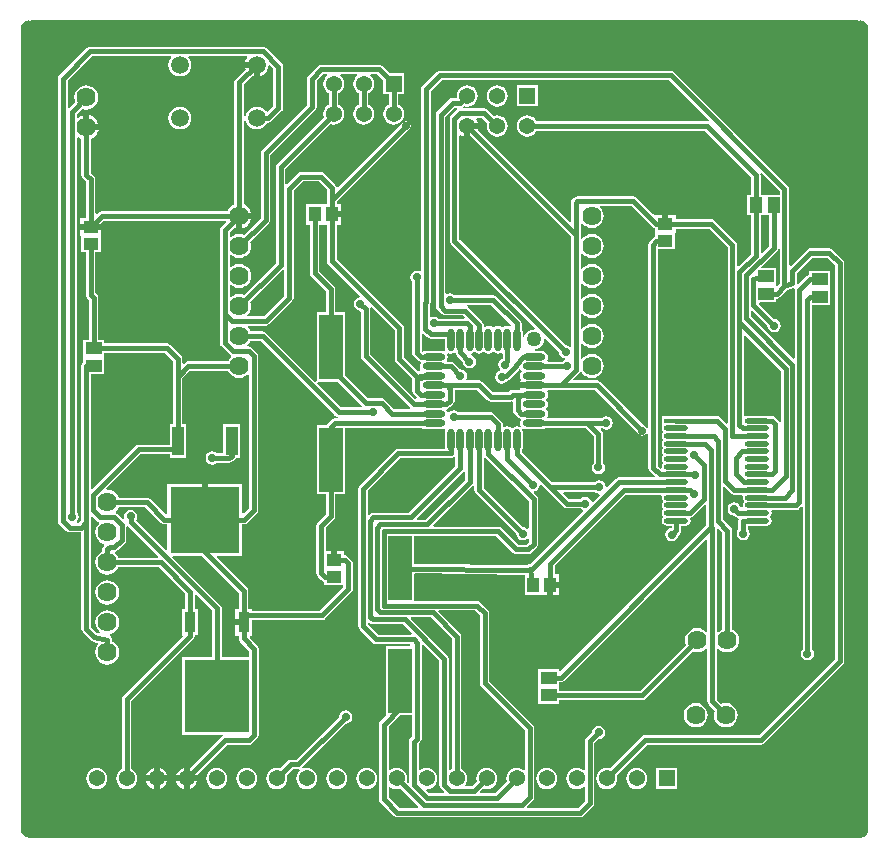
<source format=gtl>
G04*
G04 #@! TF.GenerationSoftware,Altium Limited,Altium Designer,22.0.2 (36)*
G04*
G04 Layer_Physical_Order=1*
G04 Layer_Color=255*
%FSLAX25Y25*%
%MOIN*%
G70*
G04*
G04 #@! TF.SameCoordinates,531B55E9-8988-4262-B8BE-2375E0DFDCCA*
G04*
G04*
G04 #@! TF.FilePolarity,Positive*
G04*
G01*
G75*
%ADD18R,0.07874X0.21654*%
G04:AMPARAMS|DCode=19|XSize=80.82mil|YSize=17.91mil|CornerRadius=8.96mil|HoleSize=0mil|Usage=FLASHONLY|Rotation=0.000|XOffset=0mil|YOffset=0mil|HoleType=Round|Shape=RoundedRectangle|*
%AMROUNDEDRECTD19*
21,1,0.08082,0.00000,0,0,0.0*
21,1,0.06291,0.01791,0,0,0.0*
1,1,0.01791,0.03146,0.00000*
1,1,0.01791,-0.03146,0.00000*
1,1,0.01791,-0.03146,0.00000*
1,1,0.01791,0.03146,0.00000*
%
%ADD19ROUNDEDRECTD19*%
%ADD20R,0.08082X0.01791*%
%ADD21R,0.03937X0.05315*%
%ADD22R,0.03543X0.07087*%
%ADD23R,0.21457X0.24410*%
%ADD24R,0.03858X0.09449*%
%ADD25R,0.05315X0.03937*%
%ADD26O,0.02362X0.07677*%
%ADD27O,0.07677X0.02362*%
%ADD28R,0.05151X0.03960*%
%ADD29R,0.03960X0.05151*%
%ADD47R,0.23071X0.21929*%
%ADD48C,0.01500*%
%ADD49C,0.06378*%
%ADD50C,0.05906*%
%ADD51R,0.05394X0.05394*%
%ADD52C,0.05394*%
%ADD53C,0.15000*%
%ADD54C,0.02800*%
%ADD55C,0.05000*%
G36*
X281561Y273473D02*
X282213Y273203D01*
X282773Y272773D01*
X283203Y272213D01*
X283473Y271561D01*
X283545Y271014D01*
X283521Y270528D01*
X283521Y270528D01*
X283535Y270053D01*
X283535Y269876D01*
Y4846D01*
X283535Y4669D01*
X283521Y4194D01*
X283521Y4194D01*
X283545Y3708D01*
X283473Y3161D01*
X283203Y2509D01*
X282773Y1949D01*
X282213Y1519D01*
X281561Y1249D01*
X281014Y1177D01*
X280528Y1201D01*
X280528Y1200D01*
X280053Y1186D01*
X279876Y1186D01*
X4846D01*
X4669Y1186D01*
X4194Y1200D01*
X4194Y1200D01*
X3708Y1177D01*
X3161Y1249D01*
X2509Y1519D01*
X1949Y1949D01*
X1519Y2509D01*
X1249Y3161D01*
X1177Y3708D01*
X1200Y4194D01*
X1200Y4194D01*
X1186Y4669D01*
X1186Y4846D01*
Y269876D01*
X1186Y270053D01*
X1200Y270528D01*
X1200Y270528D01*
X1177Y271014D01*
X1249Y271561D01*
X1519Y272213D01*
X1949Y272773D01*
X2509Y273203D01*
X3161Y273473D01*
X3708Y273545D01*
X4194Y273521D01*
X4194Y273521D01*
X4669Y273535D01*
X4846Y273535D01*
X279876D01*
X280053Y273535D01*
X280528Y273521D01*
X280528Y273521D01*
X281014Y273545D01*
X281561Y273473D01*
D02*
G37*
%LPC*%
G36*
X77954Y207361D02*
X74861D01*
Y204267D01*
X74954Y204280D01*
X75973Y204702D01*
X76849Y205373D01*
X77520Y206248D01*
X77942Y207267D01*
X77954Y207361D01*
D02*
G37*
G36*
X180480Y84500D02*
X178500D01*
Y81925D01*
X180480D01*
Y84500D01*
D02*
G37*
G36*
X29861Y86912D02*
X28820Y86775D01*
X27849Y86373D01*
X27016Y85733D01*
X26377Y84900D01*
X25975Y83930D01*
X25837Y82889D01*
X25975Y81847D01*
X26377Y80877D01*
X27016Y80044D01*
X27849Y79404D01*
X28820Y79002D01*
X29861Y78865D01*
X30902Y79002D01*
X31873Y79404D01*
X32706Y80044D01*
X33345Y80877D01*
X33747Y81847D01*
X33884Y82889D01*
X33747Y83930D01*
X33345Y84900D01*
X32706Y85733D01*
X31873Y86373D01*
X30902Y86775D01*
X29861Y86912D01*
D02*
G37*
G36*
X109361Y43604D02*
X108502Y43433D01*
X107775Y42947D01*
X107289Y42219D01*
X107118Y41361D01*
X107119Y41354D01*
X92906Y27141D01*
X91033D01*
X90429Y27021D01*
X89916Y26678D01*
X87457Y24219D01*
X87274Y24295D01*
X86361Y24416D01*
X85448Y24295D01*
X84597Y23943D01*
X83867Y23382D01*
X83306Y22652D01*
X82954Y21801D01*
X82834Y20888D01*
X82954Y19976D01*
X83306Y19125D01*
X83867Y18395D01*
X84597Y17834D01*
X85448Y17482D01*
X86361Y17361D01*
X87274Y17482D01*
X88124Y17834D01*
X88855Y18395D01*
X89415Y19125D01*
X89768Y19976D01*
X89888Y20888D01*
X89768Y21801D01*
X89692Y21984D01*
X91688Y23980D01*
X93561D01*
X93917Y24051D01*
X94129Y23584D01*
X93867Y23382D01*
X93306Y22652D01*
X92954Y21801D01*
X92834Y20888D01*
X92954Y19976D01*
X93306Y19125D01*
X93867Y18395D01*
X94597Y17834D01*
X95448Y17482D01*
X96361Y17361D01*
X97274Y17482D01*
X98124Y17834D01*
X98855Y18395D01*
X99415Y19125D01*
X99768Y19976D01*
X99888Y20888D01*
X99768Y21801D01*
X99415Y22652D01*
X98855Y23382D01*
X98124Y23943D01*
X97274Y24295D01*
X96361Y24416D01*
X95448Y24295D01*
X95088Y24146D01*
X94805Y24570D01*
X109354Y39119D01*
X109361Y39118D01*
X110219Y39288D01*
X110947Y39775D01*
X111433Y40503D01*
X111604Y41361D01*
X111433Y42219D01*
X110947Y42947D01*
X110219Y43433D01*
X109361Y43604D01*
D02*
G37*
G36*
X226000Y46023D02*
X224959Y45886D01*
X223988Y45485D01*
X223155Y44845D01*
X222516Y44012D01*
X222114Y43041D01*
X221977Y42000D01*
X222114Y40959D01*
X222516Y39988D01*
X223155Y39155D01*
X223988Y38516D01*
X224959Y38114D01*
X226000Y37977D01*
X227041Y38114D01*
X228012Y38516D01*
X228845Y39155D01*
X229485Y39988D01*
X229886Y40959D01*
X230024Y42000D01*
X229886Y43041D01*
X229485Y44012D01*
X228845Y44845D01*
X228012Y45485D01*
X227041Y45886D01*
X226000Y46023D01*
D02*
G37*
G36*
X81761Y264841D02*
X24161D01*
X23556Y264721D01*
X23043Y264378D01*
X13943Y255278D01*
X13601Y254766D01*
X13480Y254161D01*
Y106761D01*
X13601Y106156D01*
X13943Y105643D01*
X16243Y103343D01*
X16756Y103001D01*
X17361Y102881D01*
X20961D01*
X21181Y102700D01*
Y70861D01*
X21301Y70256D01*
X21643Y69743D01*
X24443Y66943D01*
X24566Y66861D01*
X24670Y66756D01*
X24820Y66692D01*
X24956Y66601D01*
X25101Y66572D01*
X25237Y66514D01*
X26857Y66175D01*
X26948Y65645D01*
X26377Y64900D01*
X25975Y63930D01*
X25837Y62888D01*
X25975Y61847D01*
X26377Y60877D01*
X27016Y60044D01*
X27849Y59404D01*
X28820Y59002D01*
X29861Y58865D01*
X30902Y59002D01*
X31873Y59404D01*
X32706Y60044D01*
X33345Y60877D01*
X33747Y61847D01*
X33884Y62888D01*
X33747Y63930D01*
X33345Y64900D01*
X32706Y65733D01*
X31873Y66373D01*
X31441Y66552D01*
Y67161D01*
X31412Y67306D01*
X31414Y67454D01*
X31353Y67605D01*
X31321Y67766D01*
X31239Y67889D01*
X31184Y68026D01*
X31069Y68142D01*
X30978Y68278D01*
X30855Y68361D01*
X30752Y68466D01*
X30731Y68475D01*
X30796Y68954D01*
X30813Y68990D01*
X30902Y69002D01*
X31873Y69404D01*
X32706Y70043D01*
X33345Y70877D01*
X33747Y71847D01*
X33884Y72888D01*
X33747Y73930D01*
X33345Y74900D01*
X32706Y75734D01*
X31873Y76373D01*
X30902Y76775D01*
X29861Y76912D01*
X28820Y76775D01*
X27849Y76373D01*
X27016Y75734D01*
X26377Y74900D01*
X25975Y73930D01*
X25837Y72888D01*
X25975Y71847D01*
X26377Y70877D01*
X27016Y70043D01*
X27306Y69821D01*
X27092Y69355D01*
X26346Y69511D01*
X24341Y71516D01*
Y106261D01*
Y108192D01*
X24803Y108384D01*
X26343Y106843D01*
X26856Y106501D01*
X27125Y106447D01*
X27250Y105913D01*
X27016Y105734D01*
X26377Y104900D01*
X25975Y103930D01*
X25837Y102889D01*
X25975Y101847D01*
X26377Y100877D01*
X27016Y100043D01*
X27849Y99404D01*
X28707Y99049D01*
X28905Y98540D01*
X28743Y98378D01*
X28401Y97866D01*
X28280Y97261D01*
Y96552D01*
X27849Y96373D01*
X27016Y95733D01*
X26377Y94900D01*
X25975Y93930D01*
X25837Y92888D01*
X25975Y91847D01*
X26377Y90877D01*
X27016Y90043D01*
X27849Y89404D01*
X28820Y89002D01*
X29861Y88865D01*
X30902Y89002D01*
X31873Y89404D01*
X32706Y90043D01*
X33345Y90877D01*
X33524Y91308D01*
X46979D01*
X55828Y82459D01*
Y77232D01*
X54836D01*
Y68545D01*
X54836D01*
X54960Y68247D01*
X35243Y48531D01*
X34901Y48019D01*
X34780Y47414D01*
Y24019D01*
X34597Y23943D01*
X33867Y23382D01*
X33306Y22652D01*
X32954Y21801D01*
X32834Y20888D01*
X32954Y19976D01*
X33306Y19125D01*
X33867Y18395D01*
X34597Y17834D01*
X35448Y17482D01*
X36361Y17361D01*
X37274Y17482D01*
X38124Y17834D01*
X38855Y18395D01*
X39415Y19125D01*
X39768Y19976D01*
X39888Y20888D01*
X39768Y21801D01*
X39415Y22652D01*
X38855Y23382D01*
X38124Y23943D01*
X37941Y24019D01*
Y46759D01*
X58526Y67343D01*
X58868Y67856D01*
X58988Y68461D01*
Y68545D01*
X59980D01*
Y77232D01*
X58988D01*
Y82145D01*
X59450Y82336D01*
X64804Y76983D01*
Y61484D01*
X54856D01*
Y35474D01*
X68276D01*
X68348Y35259D01*
X68359Y34974D01*
X67916Y34678D01*
X57610Y24373D01*
X57361Y24476D01*
Y21889D01*
X59948D01*
X59845Y22138D01*
X69688Y31980D01*
X76961D01*
X77566Y32101D01*
X78078Y32443D01*
X79878Y34243D01*
X80221Y34756D01*
X80341Y35361D01*
Y64161D01*
X80221Y64766D01*
X79878Y65278D01*
X77312Y67845D01*
X77519Y68345D01*
X78132D01*
Y73681D01*
X101361D01*
X101966Y73801D01*
X102478Y74143D01*
X111278Y82943D01*
X111621Y83456D01*
X111741Y84061D01*
Y92548D01*
X111621Y93152D01*
X111278Y93665D01*
X110078Y94865D01*
X109566Y95208D01*
X108961Y95328D01*
X108936D01*
Y96728D01*
X106361D01*
Y93748D01*
X104361D01*
Y96728D01*
X102741D01*
Y104506D01*
X105478Y107243D01*
X105821Y107756D01*
X105941Y108361D01*
Y115561D01*
X109098D01*
Y137785D01*
X134771D01*
X135198Y137499D01*
X135971Y137345D01*
X141286D01*
X142059Y137499D01*
X142215Y137603D01*
X142575Y137242D01*
X142471Y137087D01*
X142317Y136314D01*
Y130999D01*
X142188Y130841D01*
X126861D01*
X126256Y130721D01*
X125743Y130378D01*
X113995Y118630D01*
X113653Y118118D01*
X113532Y117513D01*
Y71625D01*
X113653Y71020D01*
X113995Y70507D01*
X118347Y66155D01*
X118860Y65813D01*
X119465Y65692D01*
X130854D01*
X130901Y65627D01*
X130644Y65127D01*
X122763D01*
Y41873D01*
X122763Y41873D01*
X122763D01*
X122498Y41494D01*
X120943Y39939D01*
X120601Y39426D01*
X120481Y38822D01*
Y13961D01*
X120601Y13356D01*
X120943Y12843D01*
X125443Y8343D01*
X125956Y8001D01*
X126561Y7880D01*
X187361D01*
X187966Y8001D01*
X188478Y8343D01*
X191778Y11643D01*
X192121Y12156D01*
X192241Y12761D01*
Y32606D01*
X193654Y34019D01*
X193661Y34018D01*
X194519Y34189D01*
X195247Y34675D01*
X195733Y35403D01*
X195904Y36261D01*
X195733Y37119D01*
X195247Y37847D01*
X194519Y38333D01*
X193661Y38504D01*
X192803Y38333D01*
X192075Y37847D01*
X191588Y37119D01*
X191418Y36261D01*
X191419Y36254D01*
X189543Y34378D01*
X189201Y33866D01*
X189081Y33261D01*
Y23840D01*
X188581Y23593D01*
X188124Y23943D01*
X187274Y24295D01*
X186361Y24416D01*
X185448Y24295D01*
X184597Y23943D01*
X183867Y23382D01*
X183306Y22652D01*
X182954Y21801D01*
X182834Y20888D01*
X182954Y19976D01*
X183306Y19125D01*
X183867Y18395D01*
X184597Y17834D01*
X185448Y17482D01*
X186361Y17361D01*
X187274Y17482D01*
X188124Y17834D01*
X188581Y18184D01*
X189081Y17937D01*
Y13416D01*
X186706Y11041D01*
X169930D01*
X169738Y11503D01*
X171778Y13543D01*
X172121Y14056D01*
X172241Y14661D01*
Y37561D01*
X172121Y38166D01*
X171778Y38678D01*
X157241Y53215D01*
Y75961D01*
X157121Y76566D01*
X156778Y77078D01*
X154215Y79642D01*
X153702Y79985D01*
X153097Y80105D01*
X132237D01*
Y88872D01*
X132593Y89223D01*
X169002Y88816D01*
Y82125D01*
X174520D01*
Y81925D01*
X176500D01*
Y85500D01*
X177500D01*
Y86500D01*
X180480D01*
Y89075D01*
X179080D01*
Y91871D01*
X202715Y115506D01*
X214444D01*
X214752Y115006D01*
X214656Y114528D01*
X214788Y113866D01*
X215163Y113305D01*
Y113191D01*
X214788Y112630D01*
X214656Y111969D01*
X214788Y111307D01*
X215163Y110746D01*
Y110632D01*
X214788Y110071D01*
X214656Y109410D01*
X214788Y108748D01*
X215163Y108187D01*
Y108073D01*
X214788Y107512D01*
X214656Y106851D01*
X214788Y106189D01*
X215163Y105628D01*
X215723Y105253D01*
X216385Y105122D01*
X217950D01*
Y104382D01*
X217202Y104233D01*
X216475Y103747D01*
X215988Y103019D01*
X215818Y102161D01*
X215988Y101303D01*
X216475Y100575D01*
X217202Y100089D01*
X218061Y99918D01*
X218919Y100089D01*
X219647Y100575D01*
X220133Y101303D01*
X220304Y102161D01*
X220303Y102168D01*
X220648Y102513D01*
X220991Y103026D01*
X221111Y103630D01*
Y105122D01*
X222676D01*
X223338Y105253D01*
X223898Y105628D01*
X224273Y106189D01*
X224405Y106851D01*
X224273Y107512D01*
X224604Y107917D01*
X224766Y107950D01*
X225278Y108292D01*
X229147Y112161D01*
X229609Y111970D01*
Y105287D01*
X180920Y56597D01*
X180458Y56788D01*
Y57221D01*
X173543D01*
Y51684D01*
X173543D01*
Y51316D01*
X173543D01*
Y45779D01*
X180458D01*
Y46967D01*
X208047D01*
X208652Y47087D01*
X209165Y47430D01*
X225027Y63292D01*
X225459Y63114D01*
X226500Y62977D01*
X227541Y63114D01*
X228512Y63516D01*
X229345Y64155D01*
X229407Y64236D01*
X229880Y64075D01*
Y46539D01*
X230001Y45935D01*
X230343Y45422D01*
X232292Y43473D01*
X232114Y43041D01*
X231977Y42000D01*
X232114Y40959D01*
X232516Y39988D01*
X233155Y39155D01*
X233988Y38516D01*
X234959Y38114D01*
X236000Y37977D01*
X237041Y38114D01*
X238012Y38516D01*
X238845Y39155D01*
X239485Y39988D01*
X239886Y40959D01*
X240023Y42000D01*
X239886Y43041D01*
X239485Y44012D01*
X238845Y44845D01*
X238012Y45485D01*
X237041Y45886D01*
X236000Y46023D01*
X234959Y45886D01*
X234527Y45708D01*
X233041Y47194D01*
Y64177D01*
X233515Y64338D01*
X233655Y64155D01*
X234488Y63516D01*
X235459Y63114D01*
X236500Y62977D01*
X237541Y63114D01*
X238512Y63516D01*
X239345Y64155D01*
X239984Y64988D01*
X240386Y65959D01*
X240524Y67000D01*
X240386Y68041D01*
X239984Y69012D01*
X239345Y69845D01*
X238512Y70485D01*
X238081Y70663D01*
Y103522D01*
X237960Y104127D01*
X237618Y104639D01*
X235070Y107187D01*
Y117867D01*
X235532Y118058D01*
X237621Y115969D01*
X238134Y115627D01*
X238738Y115506D01*
X241414D01*
X241721Y115006D01*
X241626Y114528D01*
X241757Y113866D01*
X242132Y113305D01*
Y113191D01*
X241757Y112630D01*
X241626Y111969D01*
X241702Y111584D01*
X241372Y111181D01*
X240987Y111248D01*
X240933Y111519D01*
X240447Y112247D01*
X239719Y112733D01*
X238861Y112904D01*
X238002Y112733D01*
X237275Y112247D01*
X236789Y111519D01*
X236618Y110661D01*
X236789Y109802D01*
X237275Y109075D01*
X238002Y108589D01*
X238861Y108418D01*
X238868Y108419D01*
X238995Y108292D01*
X239507Y107950D01*
X240057Y107840D01*
X240178Y107705D01*
X240376Y107329D01*
X240281Y106851D01*
Y104051D01*
X240275Y104047D01*
X239789Y103319D01*
X239618Y102461D01*
X239789Y101602D01*
X240275Y100875D01*
X241002Y100389D01*
X241861Y100218D01*
X242719Y100389D01*
X243447Y100875D01*
X243933Y101602D01*
X244104Y102461D01*
X243933Y103319D01*
X243447Y104047D01*
X243441Y104051D01*
Y105122D01*
X249646D01*
X250307Y105253D01*
X250868Y105628D01*
X251243Y106189D01*
X251374Y106851D01*
X251243Y107512D01*
X250868Y108073D01*
Y108187D01*
X251243Y108748D01*
X251374Y109410D01*
X251279Y109888D01*
X251587Y110388D01*
X259361D01*
X259966Y110509D01*
X260478Y110851D01*
X261180Y111553D01*
X261681Y111346D01*
Y64051D01*
X261675Y64047D01*
X261189Y63319D01*
X261018Y62461D01*
X261189Y61602D01*
X261675Y60875D01*
X262403Y60388D01*
X263261Y60218D01*
X264119Y60388D01*
X264847Y60875D01*
X265333Y61602D01*
X265504Y62461D01*
X265333Y63319D01*
X264847Y64047D01*
X264841Y64051D01*
Y178592D01*
X270818D01*
Y184129D01*
X270818D01*
Y184498D01*
X270818D01*
Y190035D01*
X263903D01*
Y188796D01*
X263556Y188727D01*
X263043Y188384D01*
X260259Y185600D01*
X259988Y185687D01*
X259799Y185847D01*
X259841Y186052D01*
X259840Y186056D01*
X259841Y186061D01*
Y189506D01*
X264815Y194481D01*
X269906D01*
X272380Y192006D01*
Y60615D01*
X247106Y35341D01*
X209233D01*
X208629Y35221D01*
X208116Y34878D01*
X197457Y24219D01*
X197274Y24295D01*
X196361Y24416D01*
X195448Y24295D01*
X194597Y23943D01*
X193867Y23382D01*
X193306Y22652D01*
X192954Y21801D01*
X192834Y20888D01*
X192954Y19976D01*
X193306Y19125D01*
X193867Y18395D01*
X194597Y17834D01*
X195448Y17482D01*
X196361Y17361D01*
X197274Y17482D01*
X198124Y17834D01*
X198855Y18395D01*
X199415Y19125D01*
X199768Y19976D01*
X199888Y20888D01*
X199768Y21801D01*
X199692Y21984D01*
X209888Y32181D01*
X247761D01*
X248366Y32301D01*
X248878Y32643D01*
X275078Y58843D01*
X275421Y59356D01*
X275541Y59961D01*
Y192661D01*
X275421Y193266D01*
X275078Y193778D01*
X271678Y197178D01*
X271166Y197521D01*
X270561Y197641D01*
X264161D01*
X263556Y197521D01*
X263043Y197178D01*
X257641Y191776D01*
X257141Y191983D01*
Y217361D01*
X257021Y217966D01*
X256678Y218478D01*
X218778Y256378D01*
X218266Y256721D01*
X217661Y256841D01*
X140761D01*
X140156Y256721D01*
X139643Y256378D01*
X134943Y251678D01*
X134601Y251166D01*
X134481Y250561D01*
Y190139D01*
X134040Y189903D01*
X133919Y189983D01*
X133061Y190154D01*
X132202Y189983D01*
X131475Y189497D01*
X130989Y188769D01*
X130818Y187911D01*
X130989Y187053D01*
X131475Y186325D01*
X131481Y186321D01*
Y162861D01*
X131601Y162256D01*
X131943Y161743D01*
X133392Y160295D01*
X133905Y159952D01*
X134091Y159915D01*
X134321Y159359D01*
X134105Y159036D01*
X133951Y158263D01*
X134105Y157490D01*
X134278Y157231D01*
X134236Y157128D01*
X134016Y156774D01*
X133597Y156712D01*
X128851Y161458D01*
Y170910D01*
X128731Y171515D01*
X128388Y172028D01*
X106300Y194115D01*
Y205313D01*
X107700D01*
Y207889D01*
X104720D01*
Y209889D01*
X107700D01*
Y212464D01*
X106300D01*
Y212993D01*
X130578Y237271D01*
X130921Y237784D01*
X131041Y238388D01*
X130921Y238993D01*
X130578Y239506D01*
X130066Y239849D01*
X129461Y239969D01*
X128856Y239849D01*
X128343Y239506D01*
X106765Y217928D01*
X106223Y218092D01*
X106180Y218306D01*
X105838Y218819D01*
X102078Y222578D01*
X101566Y222921D01*
X100961Y223041D01*
X94561D01*
X93956Y222921D01*
X93443Y222578D01*
X89741Y218876D01*
X89241Y219083D01*
Y224034D01*
X104265Y239057D01*
X104448Y238982D01*
X105361Y238861D01*
X106274Y238982D01*
X107124Y239334D01*
X107855Y239895D01*
X108415Y240625D01*
X108768Y241476D01*
X108888Y242389D01*
X108768Y243301D01*
X108415Y244152D01*
X107855Y244882D01*
X107124Y245443D01*
X106941Y245519D01*
Y249258D01*
X107124Y249334D01*
X107855Y249894D01*
X108415Y250625D01*
X108768Y251476D01*
X108888Y252389D01*
X108768Y253301D01*
X108415Y254152D01*
X107855Y254883D01*
X107466Y255181D01*
X107636Y255680D01*
X113086D01*
X113255Y255181D01*
X112867Y254883D01*
X112306Y254152D01*
X111954Y253301D01*
X111834Y252389D01*
X111954Y251476D01*
X112306Y250625D01*
X112867Y249894D01*
X113597Y249334D01*
X113780Y249258D01*
Y245519D01*
X113597Y245443D01*
X112867Y244882D01*
X112306Y244152D01*
X111954Y243301D01*
X111834Y242389D01*
X111954Y241476D01*
X112306Y240625D01*
X112867Y239895D01*
X113597Y239334D01*
X114448Y238982D01*
X115361Y238861D01*
X116274Y238982D01*
X117124Y239334D01*
X117855Y239895D01*
X118415Y240625D01*
X118768Y241476D01*
X118888Y242389D01*
X118768Y243301D01*
X118415Y244152D01*
X117855Y244882D01*
X117124Y245443D01*
X116941Y245519D01*
Y249258D01*
X117124Y249334D01*
X117855Y249894D01*
X118415Y250625D01*
X118768Y251476D01*
X118888Y252389D01*
X118768Y253301D01*
X118415Y254152D01*
X117855Y254883D01*
X117466Y255181D01*
X117636Y255680D01*
X119834D01*
X121864Y253650D01*
Y248892D01*
X123781D01*
Y245519D01*
X123597Y245443D01*
X122867Y244882D01*
X122306Y244152D01*
X121954Y243301D01*
X121834Y242389D01*
X121954Y241476D01*
X122306Y240625D01*
X122867Y239895D01*
X123597Y239334D01*
X124448Y238982D01*
X125361Y238861D01*
X126274Y238982D01*
X127124Y239334D01*
X127855Y239895D01*
X128415Y240625D01*
X128768Y241476D01*
X128888Y242389D01*
X128768Y243301D01*
X128415Y244152D01*
X127855Y244882D01*
X127124Y245443D01*
X126941Y245519D01*
Y248892D01*
X128858D01*
Y255885D01*
X124099D01*
X121606Y258378D01*
X121093Y258721D01*
X120489Y258841D01*
X101261D01*
X100656Y258721D01*
X100143Y258378D01*
X96943Y255178D01*
X96601Y254666D01*
X96481Y254061D01*
Y245415D01*
X81543Y230478D01*
X81201Y229966D01*
X81081Y229361D01*
Y207816D01*
X75334Y202069D01*
X74902Y202247D01*
X73861Y202384D01*
X72820Y202247D01*
X71849Y201845D01*
X71141Y201302D01*
X70641Y201481D01*
Y202906D01*
X72235Y204500D01*
X72767Y204280D01*
X72861Y204267D01*
Y208361D01*
X73861D01*
Y209361D01*
X77954D01*
X77942Y209454D01*
X77520Y210473D01*
X76849Y211349D01*
X75973Y212020D01*
X75441Y212240D01*
Y240463D01*
X75941Y240496D01*
X76000Y240050D01*
X76378Y239138D01*
X76980Y238354D01*
X77763Y237752D01*
X78676Y237374D01*
X79656Y237245D01*
X80636Y237374D01*
X81549Y237752D01*
X82333Y238354D01*
X82934Y239138D01*
X83063Y239450D01*
X83430D01*
X84035Y239570D01*
X84548Y239913D01*
X87978Y243343D01*
X88321Y243856D01*
X88441Y244461D01*
Y258161D01*
X88321Y258766D01*
X87978Y259278D01*
X82878Y264378D01*
X82366Y264721D01*
X81761Y264841D01*
D02*
G37*
G36*
X47361Y24476D02*
Y21889D01*
X49948D01*
X49590Y22753D01*
X48998Y23525D01*
X48225Y24118D01*
X47361Y24476D01*
D02*
G37*
G36*
X45361D02*
X44497Y24118D01*
X43724Y23525D01*
X43132Y22753D01*
X42774Y21889D01*
X45361D01*
Y24476D01*
D02*
G37*
G36*
X55361D02*
X54497Y24118D01*
X53724Y23525D01*
X53132Y22753D01*
X52774Y21889D01*
X55361D01*
Y24476D01*
D02*
G37*
G36*
X219858Y24385D02*
X212864D01*
Y17392D01*
X219858D01*
Y24385D01*
D02*
G37*
G36*
X206361Y24416D02*
X205448Y24295D01*
X204597Y23943D01*
X203867Y23382D01*
X203306Y22652D01*
X202954Y21801D01*
X202834Y20888D01*
X202954Y19976D01*
X203306Y19125D01*
X203867Y18395D01*
X204597Y17834D01*
X205448Y17482D01*
X206361Y17361D01*
X207274Y17482D01*
X208124Y17834D01*
X208855Y18395D01*
X209415Y19125D01*
X209768Y19976D01*
X209888Y20888D01*
X209768Y21801D01*
X209415Y22652D01*
X208855Y23382D01*
X208124Y23943D01*
X207274Y24295D01*
X206361Y24416D01*
D02*
G37*
G36*
X176361D02*
X175448Y24295D01*
X174597Y23943D01*
X173867Y23382D01*
X173306Y22652D01*
X172954Y21801D01*
X172834Y20888D01*
X172954Y19976D01*
X173306Y19125D01*
X173867Y18395D01*
X174597Y17834D01*
X175448Y17482D01*
X176361Y17361D01*
X177274Y17482D01*
X178124Y17834D01*
X178855Y18395D01*
X179415Y19125D01*
X179768Y19976D01*
X179888Y20888D01*
X179768Y21801D01*
X179415Y22652D01*
X178855Y23382D01*
X178124Y23943D01*
X177274Y24295D01*
X176361Y24416D01*
D02*
G37*
G36*
X116361D02*
X115448Y24295D01*
X114597Y23943D01*
X113867Y23382D01*
X113306Y22652D01*
X112954Y21801D01*
X112834Y20888D01*
X112954Y19976D01*
X113306Y19125D01*
X113867Y18395D01*
X114597Y17834D01*
X115448Y17482D01*
X116361Y17361D01*
X117274Y17482D01*
X118124Y17834D01*
X118855Y18395D01*
X119415Y19125D01*
X119768Y19976D01*
X119888Y20888D01*
X119768Y21801D01*
X119415Y22652D01*
X118855Y23382D01*
X118124Y23943D01*
X117274Y24295D01*
X116361Y24416D01*
D02*
G37*
G36*
X106361D02*
X105448Y24295D01*
X104597Y23943D01*
X103867Y23382D01*
X103306Y22652D01*
X102954Y21801D01*
X102834Y20888D01*
X102954Y19976D01*
X103306Y19125D01*
X103867Y18395D01*
X104597Y17834D01*
X105448Y17482D01*
X106361Y17361D01*
X107274Y17482D01*
X108124Y17834D01*
X108855Y18395D01*
X109415Y19125D01*
X109768Y19976D01*
X109888Y20888D01*
X109768Y21801D01*
X109415Y22652D01*
X108855Y23382D01*
X108124Y23943D01*
X107274Y24295D01*
X106361Y24416D01*
D02*
G37*
G36*
X76361D02*
X75448Y24295D01*
X74597Y23943D01*
X73867Y23382D01*
X73306Y22652D01*
X72954Y21801D01*
X72834Y20888D01*
X72954Y19976D01*
X73306Y19125D01*
X73867Y18395D01*
X74597Y17834D01*
X75448Y17482D01*
X76361Y17361D01*
X77274Y17482D01*
X78124Y17834D01*
X78855Y18395D01*
X79415Y19125D01*
X79768Y19976D01*
X79888Y20888D01*
X79768Y21801D01*
X79415Y22652D01*
X78855Y23382D01*
X78124Y23943D01*
X77274Y24295D01*
X76361Y24416D01*
D02*
G37*
G36*
X66361D02*
X65448Y24295D01*
X64597Y23943D01*
X63867Y23382D01*
X63306Y22652D01*
X62954Y21801D01*
X62834Y20888D01*
X62954Y19976D01*
X63306Y19125D01*
X63867Y18395D01*
X64597Y17834D01*
X65448Y17482D01*
X66361Y17361D01*
X67274Y17482D01*
X68124Y17834D01*
X68855Y18395D01*
X69415Y19125D01*
X69768Y19976D01*
X69888Y20888D01*
X69768Y21801D01*
X69415Y22652D01*
X68855Y23382D01*
X68124Y23943D01*
X67274Y24295D01*
X66361Y24416D01*
D02*
G37*
G36*
X26361D02*
X25448Y24295D01*
X24597Y23943D01*
X23867Y23382D01*
X23306Y22652D01*
X22954Y21801D01*
X22834Y20888D01*
X22954Y19976D01*
X23306Y19125D01*
X23867Y18395D01*
X24597Y17834D01*
X25448Y17482D01*
X26361Y17361D01*
X27274Y17482D01*
X28124Y17834D01*
X28855Y18395D01*
X29415Y19125D01*
X29768Y19976D01*
X29888Y20888D01*
X29768Y21801D01*
X29415Y22652D01*
X28855Y23382D01*
X28124Y23943D01*
X27274Y24295D01*
X26361Y24416D01*
D02*
G37*
G36*
X59948Y19888D02*
X57361D01*
Y17301D01*
X58225Y17659D01*
X58997Y18252D01*
X59590Y19024D01*
X59948Y19888D01*
D02*
G37*
G36*
X49948D02*
X47361D01*
Y17301D01*
X48225Y17659D01*
X48998Y18252D01*
X49590Y19024D01*
X49948Y19888D01*
D02*
G37*
G36*
X55361D02*
X52774D01*
X53132Y19024D01*
X53724Y18252D01*
X54497Y17659D01*
X55361Y17301D01*
Y19888D01*
D02*
G37*
G36*
X45361D02*
X42774D01*
X43132Y19024D01*
X43724Y18252D01*
X44497Y17659D01*
X45361Y17301D01*
Y19888D01*
D02*
G37*
%LPD*%
G36*
X76541Y261180D02*
X76203Y260740D01*
X75805Y259779D01*
X75801Y259747D01*
X79656D01*
Y258747D01*
X80656D01*
Y254891D01*
X80688Y254896D01*
X81650Y255294D01*
X82475Y255928D01*
X83109Y256753D01*
X83507Y257715D01*
X83607Y258473D01*
X84135Y258652D01*
X85281Y257506D01*
Y245115D01*
X83344Y243179D01*
X82694Y243236D01*
X82333Y243707D01*
X81549Y244308D01*
X80636Y244686D01*
X79656Y244815D01*
X78676Y244686D01*
X77763Y244308D01*
X76980Y243707D01*
X76378Y242923D01*
X76000Y242010D01*
X75941Y241564D01*
X75441Y241597D01*
Y252297D01*
X78211Y255067D01*
X78624Y254896D01*
X78656Y254891D01*
Y257747D01*
X75801D01*
X75805Y257715D01*
X75976Y257302D01*
X72743Y254069D01*
X72401Y253556D01*
X72281Y252952D01*
Y212240D01*
X71748Y212020D01*
X70873Y211349D01*
X70202Y210473D01*
X69981Y209941D01*
X27974D01*
X27369Y209821D01*
X26857Y209478D01*
X26403Y209025D01*
X25941Y209216D01*
Y220561D01*
X25821Y221166D01*
X25478Y221678D01*
X24441Y222715D01*
Y234009D01*
X24973Y234229D01*
X25848Y234901D01*
X26520Y235776D01*
X26942Y236795D01*
X26954Y236889D01*
X22861D01*
Y237889D01*
X21861D01*
Y241982D01*
X21767Y241970D01*
X20748Y241548D01*
X20141Y241082D01*
X19641Y241328D01*
Y242434D01*
X21388Y244181D01*
X21820Y244002D01*
X22861Y243865D01*
X23902Y244002D01*
X24873Y244404D01*
X25706Y245043D01*
X26345Y245877D01*
X26747Y246847D01*
X26884Y247888D01*
X26747Y248930D01*
X26345Y249900D01*
X25706Y250733D01*
X24873Y251373D01*
X23902Y251775D01*
X22861Y251912D01*
X21820Y251775D01*
X20849Y251373D01*
X20016Y250733D01*
X19376Y249900D01*
X18975Y248930D01*
X18837Y247888D01*
X18975Y246847D01*
X19153Y246416D01*
X17141Y244404D01*
X16641Y244611D01*
Y253506D01*
X24815Y261681D01*
X50956D01*
X51203Y261180D01*
X50788Y260639D01*
X50410Y259726D01*
X50281Y258747D01*
X50410Y257767D01*
X50788Y256854D01*
X51389Y256070D01*
X52173Y255469D01*
X53086Y255090D01*
X54066Y254962D01*
X55045Y255090D01*
X55958Y255469D01*
X56742Y256070D01*
X57344Y256854D01*
X57722Y257767D01*
X57851Y258747D01*
X57722Y259726D01*
X57344Y260639D01*
X56928Y261180D01*
X57175Y261681D01*
X76295D01*
X76541Y261180D01*
D02*
G37*
G36*
X230305Y240382D02*
X230058Y239921D01*
X229820Y239969D01*
X172991D01*
X172915Y240152D01*
X172355Y240882D01*
X171624Y241443D01*
X170774Y241795D01*
X169861Y241915D01*
X168948Y241795D01*
X168097Y241443D01*
X167367Y240882D01*
X166806Y240152D01*
X166454Y239301D01*
X166334Y238388D01*
X166454Y237476D01*
X166806Y236625D01*
X167367Y235894D01*
X168097Y235334D01*
X168948Y234982D01*
X169861Y234861D01*
X170774Y234982D01*
X171624Y235334D01*
X172355Y235894D01*
X172915Y236625D01*
X172991Y236808D01*
X229165D01*
X244467Y221506D01*
Y215458D01*
X243279D01*
Y208543D01*
X244467D01*
Y195802D01*
X240296Y191631D01*
X239834Y191822D01*
Y198655D01*
X239713Y199260D01*
X239371Y199773D01*
X232278Y206865D01*
X231766Y207208D01*
X231161Y207328D01*
X219436D01*
Y208728D01*
X216861D01*
Y205748D01*
X214861D01*
Y208728D01*
X212286D01*
X212286Y208728D01*
Y208728D01*
X211890Y208966D01*
X206378Y214478D01*
X205866Y214821D01*
X205261Y214941D01*
X186561D01*
X185956Y214821D01*
X185443Y214478D01*
X184943Y213978D01*
X184601Y213466D01*
X184481Y212861D01*
Y206657D01*
X184019Y206466D01*
X153345Y237139D01*
X153448Y237388D01*
X150861D01*
Y234801D01*
X151110Y234904D01*
X184481Y201534D01*
Y165092D01*
X183981Y164825D01*
X183519Y165133D01*
X182661Y165304D01*
X182654Y165303D01*
X147141Y200816D01*
Y235185D01*
X147641Y235432D01*
X147996Y235159D01*
X148861Y234801D01*
Y238388D01*
X149861D01*
Y239388D01*
X153448D01*
X153090Y240253D01*
X152839Y240581D01*
X153085Y241080D01*
X154934D01*
X156530Y239485D01*
X156454Y239301D01*
X156334Y238388D01*
X156454Y237476D01*
X156806Y236625D01*
X157367Y235894D01*
X158097Y235334D01*
X158948Y234982D01*
X159861Y234861D01*
X160774Y234982D01*
X161624Y235334D01*
X162355Y235894D01*
X162915Y236625D01*
X163268Y237476D01*
X163388Y238388D01*
X163268Y239301D01*
X162915Y240152D01*
X162355Y240882D01*
X161624Y241443D01*
X160774Y241795D01*
X159861Y241915D01*
X158948Y241795D01*
X158765Y241720D01*
X156706Y243778D01*
X156193Y244121D01*
X155588Y244241D01*
X148476D01*
X148324Y244741D01*
X148700Y244993D01*
X148765Y245058D01*
X148948Y244982D01*
X149861Y244862D01*
X150774Y244982D01*
X151624Y245334D01*
X152355Y245895D01*
X152915Y246625D01*
X153268Y247476D01*
X153388Y248389D01*
X153268Y249301D01*
X152915Y250152D01*
X152355Y250883D01*
X151624Y251443D01*
X150774Y251795D01*
X149861Y251916D01*
X148948Y251795D01*
X148097Y251443D01*
X147367Y250883D01*
X146806Y250152D01*
X146454Y249301D01*
X146334Y248389D01*
X146376Y248066D01*
X146047Y247691D01*
X144963D01*
X144358Y247570D01*
X143846Y247228D01*
X139843Y243225D01*
X139501Y242713D01*
X139381Y242108D01*
Y178461D01*
X139501Y177856D01*
X139843Y177343D01*
X141443Y175743D01*
X141956Y175401D01*
X142561Y175280D01*
X148306D01*
X148984Y174603D01*
X148792Y174141D01*
X140451D01*
X140447Y174147D01*
X139719Y174633D01*
X138861Y174804D01*
X138003Y174633D01*
X137882Y174553D01*
X137441Y174789D01*
Y178937D01*
X137521Y179056D01*
X137641Y179661D01*
Y249906D01*
X141416Y253680D01*
X217006D01*
X230305Y240382D01*
D02*
G37*
G36*
X253980Y216706D02*
Y215458D01*
X249184D01*
Y215458D01*
X248816D01*
Y215458D01*
X247628D01*
Y222161D01*
X247580Y222399D01*
X248041Y222646D01*
X253980Y216706D01*
D02*
G37*
G36*
X250372Y198407D02*
X248090Y196125D01*
X247628Y196316D01*
Y208543D01*
X248816D01*
Y208543D01*
X249184D01*
Y208543D01*
X250372D01*
Y198407D01*
D02*
G37*
G36*
X211757Y204630D02*
X212269Y204288D01*
X212286Y204284D01*
Y202768D01*
X212486D01*
Y201521D01*
X212325Y201489D01*
X211812Y201147D01*
X210643Y199978D01*
X210301Y199466D01*
X210180Y198861D01*
Y137812D01*
X210080Y137729D01*
X209414Y137826D01*
X209378Y137878D01*
X194176Y153081D01*
X193663Y153423D01*
X193059Y153544D01*
X185430D01*
X185238Y154006D01*
X187178Y155946D01*
X187378Y156245D01*
X187564Y156284D01*
X187951Y156252D01*
X188516Y155516D01*
X189349Y154876D01*
X190320Y154475D01*
X191361Y154338D01*
X192402Y154475D01*
X193373Y154876D01*
X194206Y155516D01*
X194845Y156349D01*
X195247Y157320D01*
X195384Y158361D01*
X195247Y159402D01*
X194845Y160373D01*
X194206Y161206D01*
X193373Y161845D01*
X192402Y162247D01*
X191361Y162384D01*
X190320Y162247D01*
X189349Y161845D01*
X188516Y161206D01*
X188141Y160718D01*
X187641Y160887D01*
Y165834D01*
X188141Y166004D01*
X188516Y165516D01*
X189349Y164876D01*
X190320Y164475D01*
X191361Y164338D01*
X192402Y164475D01*
X193373Y164876D01*
X194206Y165516D01*
X194845Y166349D01*
X195247Y167320D01*
X195384Y168361D01*
X195247Y169402D01*
X194845Y170373D01*
X194206Y171206D01*
X193373Y171845D01*
X192402Y172247D01*
X191361Y172384D01*
X190320Y172247D01*
X189349Y171845D01*
X188516Y171206D01*
X188141Y170718D01*
X187641Y170887D01*
Y175834D01*
X188141Y176004D01*
X188516Y175516D01*
X189349Y174876D01*
X190320Y174475D01*
X191361Y174337D01*
X192402Y174475D01*
X193373Y174876D01*
X194206Y175516D01*
X194845Y176349D01*
X195247Y177320D01*
X195384Y178361D01*
X195247Y179402D01*
X194845Y180373D01*
X194206Y181206D01*
X193373Y181845D01*
X192402Y182247D01*
X191361Y182384D01*
X190320Y182247D01*
X189349Y181845D01*
X188516Y181206D01*
X188141Y180718D01*
X187641Y180887D01*
Y185834D01*
X188141Y186004D01*
X188516Y185516D01*
X189349Y184877D01*
X190320Y184475D01*
X191361Y184337D01*
X192402Y184475D01*
X193373Y184877D01*
X194206Y185516D01*
X194845Y186349D01*
X195247Y187320D01*
X195384Y188361D01*
X195247Y189402D01*
X194845Y190373D01*
X194206Y191206D01*
X193373Y191845D01*
X192402Y192247D01*
X191361Y192384D01*
X190320Y192247D01*
X189349Y191845D01*
X188516Y191206D01*
X188141Y190718D01*
X187641Y190887D01*
Y195834D01*
X188141Y196004D01*
X188516Y195516D01*
X189349Y194877D01*
X190320Y194475D01*
X191361Y194337D01*
X192402Y194475D01*
X193373Y194877D01*
X194206Y195516D01*
X194845Y196349D01*
X195247Y197320D01*
X195384Y198361D01*
X195247Y199402D01*
X194845Y200373D01*
X194206Y201206D01*
X193373Y201845D01*
X192402Y202247D01*
X191361Y202384D01*
X190320Y202247D01*
X189349Y201845D01*
X188516Y201206D01*
X188141Y200718D01*
X187641Y200887D01*
Y205834D01*
X188141Y206004D01*
X188516Y205516D01*
X189349Y204876D01*
X190320Y204475D01*
X191361Y204338D01*
X192402Y204475D01*
X193373Y204876D01*
X194206Y205516D01*
X194845Y206349D01*
X195247Y207320D01*
X195384Y208361D01*
X195247Y209402D01*
X194845Y210373D01*
X194206Y211206D01*
X194074Y211307D01*
X194235Y211781D01*
X204606D01*
X211757Y204630D01*
D02*
G37*
G36*
X103255Y255181D02*
X102867Y254883D01*
X102306Y254152D01*
X101954Y253301D01*
X101834Y252389D01*
X101954Y251476D01*
X102306Y250625D01*
X102867Y249894D01*
X103597Y249334D01*
X103780Y249258D01*
Y245519D01*
X103597Y245443D01*
X102867Y244882D01*
X102306Y244152D01*
X101954Y243301D01*
X101834Y242389D01*
X101954Y241476D01*
X102030Y241293D01*
X86543Y225806D01*
X86201Y225293D01*
X86080Y224689D01*
Y192815D01*
X75334Y182069D01*
X74902Y182247D01*
X73861Y182384D01*
X72820Y182247D01*
X71849Y181845D01*
X71141Y181302D01*
X70641Y181481D01*
Y185241D01*
X71141Y185420D01*
X71849Y184877D01*
X72820Y184475D01*
X73861Y184337D01*
X74902Y184475D01*
X75873Y184877D01*
X76706Y185516D01*
X77345Y186349D01*
X77747Y187320D01*
X77884Y188361D01*
X77747Y189402D01*
X77345Y190373D01*
X76706Y191206D01*
X75873Y191845D01*
X74902Y192247D01*
X73861Y192384D01*
X72820Y192247D01*
X71849Y191845D01*
X71141Y191302D01*
X70641Y191481D01*
Y195241D01*
X71141Y195420D01*
X71849Y194877D01*
X72820Y194475D01*
X73861Y194337D01*
X74902Y194475D01*
X75873Y194877D01*
X76706Y195516D01*
X77345Y196349D01*
X77747Y197320D01*
X77884Y198361D01*
X77747Y199402D01*
X77569Y199834D01*
X83778Y206043D01*
X84121Y206556D01*
X84241Y207161D01*
Y228706D01*
X99178Y243643D01*
X99521Y244156D01*
X99641Y244761D01*
Y253406D01*
X101916Y255680D01*
X103086D01*
X103255Y255181D01*
D02*
G37*
G36*
X253980Y197439D02*
Y185616D01*
X253280Y184915D01*
X253237Y184933D01*
X252818Y185129D01*
Y185498D01*
X252818D01*
Y191035D01*
X248123D01*
X247932Y191497D01*
X253070Y196635D01*
X253413Y197148D01*
X253481Y197489D01*
X253980Y197439D01*
D02*
G37*
G36*
X88880Y190438D02*
Y181816D01*
X82006Y174941D01*
X76735D01*
X76574Y175415D01*
X76706Y175516D01*
X77345Y176349D01*
X77747Y177320D01*
X77884Y178361D01*
X77747Y179402D01*
X77569Y179834D01*
X88380Y190646D01*
X88880Y190438D01*
D02*
G37*
G36*
X164560Y172150D02*
X164527Y171899D01*
X164011Y171646D01*
X163990Y171648D01*
X163235Y171798D01*
X162462Y171644D01*
X161807Y171206D01*
X161514D01*
X160858Y171644D01*
X160085Y171798D01*
X159312Y171644D01*
X158657Y171206D01*
X158364D01*
X157709Y171644D01*
X156936Y171798D01*
X156163Y171644D01*
X155867Y171446D01*
X155367Y171714D01*
Y172036D01*
X155246Y172641D01*
X154904Y173153D01*
X150078Y177978D01*
X150026Y178014D01*
X149929Y178680D01*
X150012Y178780D01*
X157930D01*
X164560Y172150D01*
D02*
G37*
G36*
X146620Y244030D02*
X146243Y243778D01*
X144443Y241978D01*
X144101Y241466D01*
X143981Y240861D01*
Y200161D01*
X144101Y199556D01*
X144443Y199043D01*
X172501Y170986D01*
X172267Y170513D01*
X172106Y170534D01*
X171244Y170421D01*
X170441Y170088D01*
X169752Y169559D01*
X169223Y168870D01*
X168890Y168067D01*
X168404Y168149D01*
Y169778D01*
X168251Y170551D01*
X167965Y170979D01*
Y172561D01*
X167845Y173166D01*
X167502Y173678D01*
X159702Y181478D01*
X159189Y181821D01*
X158584Y181941D01*
X145551D01*
X145547Y181947D01*
X144819Y182433D01*
X143961Y182604D01*
X143103Y182433D01*
X142982Y182353D01*
X142541Y182589D01*
Y241453D01*
X145618Y244530D01*
X146468D01*
X146620Y244030D01*
D02*
G37*
G36*
X258832Y184434D02*
X259080Y184168D01*
X258980Y183667D01*
Y161030D01*
X258519Y160838D01*
X244434Y174923D01*
Y176692D01*
X244896Y176884D01*
X249919Y171860D01*
X249918Y171853D01*
X250089Y170995D01*
X250575Y170267D01*
X251303Y169781D01*
X252161Y169610D01*
X253019Y169781D01*
X253747Y170267D01*
X254233Y170995D01*
X254404Y171853D01*
X254233Y172712D01*
X253747Y173439D01*
X253019Y173926D01*
X252161Y174096D01*
X252154Y174095D01*
X247157Y179092D01*
X247364Y179592D01*
X252818D01*
Y180780D01*
X252961D01*
X253566Y180901D01*
X254078Y181243D01*
X256453Y183618D01*
X258680Y184525D01*
X258832Y184434D01*
D02*
G37*
G36*
X136543Y167943D02*
X137056Y167601D01*
X137661Y167481D01*
X142317D01*
Y164463D01*
X142471Y163690D01*
X142575Y163535D01*
X142214Y163174D01*
X142059Y163278D01*
X141286Y163432D01*
X135971D01*
X135198Y163278D01*
X135007Y163150D01*
X134641Y163515D01*
Y169138D01*
X135141Y169346D01*
X136543Y167943D01*
D02*
G37*
G36*
X159312Y162597D02*
X160085Y162443D01*
X160858Y162597D01*
X161154Y162795D01*
X161654Y162528D01*
Y160888D01*
X161518Y160861D01*
X160790Y160375D01*
X160304Y159647D01*
X160133Y158789D01*
X160304Y157930D01*
X160733Y157289D01*
X160625Y156758D01*
X160503Y156733D01*
X159775Y156247D01*
X159289Y155519D01*
X159118Y154661D01*
X159289Y153803D01*
X159775Y153075D01*
X160503Y152589D01*
X161361Y152418D01*
X162219Y152589D01*
X162947Y153075D01*
X163186Y153432D01*
X163274Y153450D01*
X163787Y153792D01*
X167175Y157180D01*
X167204Y157200D01*
X167780Y157175D01*
X168007Y156834D01*
Y156541D01*
X167569Y155886D01*
X167416Y155113D01*
X167569Y154340D01*
X167754Y154064D01*
X167863Y153536D01*
X167481Y152963D01*
X172093D01*
Y150963D01*
X167481D01*
X167566Y150835D01*
X167331Y150394D01*
X165010D01*
X164406Y150274D01*
X163893Y149931D01*
X163631Y149670D01*
X158289D01*
X154878Y153081D01*
X154366Y153423D01*
X153761Y153544D01*
X149723D01*
X149488Y153985D01*
X149633Y154202D01*
X149804Y155061D01*
X149633Y155919D01*
X149147Y156647D01*
X148419Y157133D01*
X147561Y157304D01*
X147554Y157303D01*
X145477Y159380D01*
X144964Y159723D01*
X144359Y159843D01*
X143222D01*
X142954Y160343D01*
X143152Y160639D01*
X143306Y161412D01*
X143152Y162185D01*
X143049Y162340D01*
X143409Y162701D01*
X143564Y162597D01*
X144337Y162443D01*
X145110Y162597D01*
X145418Y162803D01*
X145973Y162573D01*
X146027Y162304D01*
X146369Y161791D01*
X148319Y159842D01*
X148318Y159835D01*
X148488Y158976D01*
X148975Y158249D01*
X149703Y157763D01*
X150561Y157592D01*
X151419Y157763D01*
X152147Y158249D01*
X152633Y158976D01*
X152804Y159835D01*
X152633Y160693D01*
X152147Y161421D01*
X151419Y161907D01*
X150962Y161998D01*
Y162508D01*
X151409Y162597D01*
X152065Y163035D01*
X152358D01*
X153013Y162597D01*
X153786Y162443D01*
X154559Y162597D01*
X155214Y163035D01*
X155507D01*
X156163Y162597D01*
X156936Y162443D01*
X157709Y162597D01*
X158364Y163035D01*
X158657D01*
X159312Y162597D01*
D02*
G37*
G36*
X180419Y163068D02*
X180418Y163061D01*
X180588Y162203D01*
X181075Y161475D01*
X181802Y160989D01*
X182364Y160877D01*
Y160367D01*
X182202Y160335D01*
X181475Y159849D01*
X181471Y159843D01*
X176686D01*
X176419Y160343D01*
X176617Y160639D01*
X176770Y161412D01*
X176617Y162185D01*
X176179Y162840D01*
X175524Y163278D01*
X174751Y163432D01*
X172556D01*
X172523Y163932D01*
X172967Y163990D01*
X173770Y164323D01*
X174459Y164852D01*
X174988Y165541D01*
X175321Y166344D01*
X175434Y167206D01*
X175413Y167367D01*
X175886Y167601D01*
X180419Y163068D01*
D02*
G37*
G36*
X20748Y234229D02*
X21281Y234009D01*
Y222061D01*
X21401Y221456D01*
X21743Y220943D01*
X22781Y219906D01*
Y207728D01*
X20786D01*
Y205748D01*
X24361D01*
X27936D01*
Y206088D01*
X28629Y206781D01*
X69338D01*
X69546Y206280D01*
X67943Y204678D01*
X67601Y204166D01*
X67480Y203561D01*
Y175661D01*
Y166061D01*
X67601Y165456D01*
X67943Y164943D01*
X70643Y162243D01*
X71126Y161921D01*
X71158Y161888D01*
X71236Y161375D01*
X71016Y161206D01*
X70376Y160373D01*
X70198Y159941D01*
X56861D01*
X56256Y159821D01*
X55743Y159478D01*
X55403Y159138D01*
X54941Y159329D01*
Y160789D01*
X54821Y161393D01*
X54478Y161906D01*
X50878Y165506D01*
X50366Y165849D01*
X49761Y165969D01*
X28818D01*
Y167157D01*
X26941D01*
Y181161D01*
X26821Y181766D01*
X26478Y182278D01*
X25941Y182816D01*
Y196249D01*
X27736D01*
Y201768D01*
X27936D01*
Y203748D01*
X24361D01*
X20786D01*
Y201768D01*
X20986D01*
Y196249D01*
X22781D01*
Y182161D01*
X22901Y181556D01*
X23243Y181043D01*
X23780Y180506D01*
Y167157D01*
X21903D01*
Y161620D01*
X21903D01*
Y161251D01*
X21903D01*
Y159774D01*
X21643Y159600D01*
X21301Y159088D01*
X21181Y158483D01*
Y106915D01*
X20306Y106041D01*
X19830D01*
X19691Y106541D01*
X20133Y107202D01*
X20304Y108061D01*
X20133Y108919D01*
X19647Y109647D01*
X19641Y109651D01*
Y234449D01*
X20141Y234695D01*
X20748Y234229D01*
D02*
G37*
G36*
X103140Y217047D02*
Y212464D01*
X101740D01*
Y212264D01*
X96222D01*
Y205513D01*
X97421D01*
Y189320D01*
X97542Y188715D01*
X97884Y188203D01*
X102780Y183306D01*
Y176216D01*
X99624D01*
Y153340D01*
X99124Y153133D01*
X82778Y169478D01*
X82266Y169821D01*
X81661Y169941D01*
X77524D01*
X77345Y170373D01*
X76706Y171206D01*
X76574Y171307D01*
X76735Y171781D01*
X82661D01*
X83266Y171901D01*
X83778Y172243D01*
X91578Y180043D01*
X91921Y180556D01*
X92041Y181161D01*
Y216706D01*
X95215Y219881D01*
X100306D01*
X103140Y217047D01*
D02*
G37*
G36*
X125690Y170256D02*
Y160803D01*
X125811Y160198D01*
X126153Y159686D01*
X131613Y154226D01*
X131580Y154061D01*
Y150061D01*
X131701Y149456D01*
X132043Y148943D01*
X133086Y147901D01*
X132916Y147380D01*
X132611Y147346D01*
X117541Y162416D01*
Y177361D01*
X117458Y177781D01*
X117919Y178028D01*
X125690Y170256D01*
D02*
G37*
G36*
X114745Y145041D02*
X114538Y144541D01*
X107715D01*
X99794Y152462D01*
X100001Y152963D01*
X106824D01*
X114745Y145041D01*
D02*
G37*
G36*
X101740Y205313D02*
X103140D01*
Y193461D01*
X103260Y192856D01*
X103603Y192343D01*
X114154Y181792D01*
X113989Y181250D01*
X113402Y181133D01*
X112675Y180647D01*
X112188Y179919D01*
X112018Y179061D01*
X112188Y178202D01*
X112675Y177475D01*
X113402Y176989D01*
X114261Y176818D01*
X114381Y176339D01*
Y161761D01*
X114501Y161156D01*
X114843Y160643D01*
X130892Y144595D01*
X130865Y144394D01*
X130716Y144095D01*
X125517D01*
X122540Y147072D01*
X122028Y147415D01*
X121423Y147535D01*
X116722D01*
X109098Y155159D01*
Y176216D01*
X105941D01*
Y183961D01*
X105821Y184566D01*
X105478Y185078D01*
X100582Y189975D01*
Y205513D01*
X101740D01*
Y205313D01*
D02*
G37*
G36*
X254380Y156826D02*
Y139860D01*
X253881Y139708D01*
X253628Y140086D01*
X252478Y141236D01*
X251966Y141578D01*
X251361Y141699D01*
X250332D01*
X250307Y141716D01*
X249646Y141847D01*
X243355D01*
X242693Y141716D01*
X242575Y141636D01*
X242134Y141872D01*
Y168420D01*
X242596Y168611D01*
X254380Y156826D01*
D02*
G37*
G36*
X236673Y198001D02*
Y139295D01*
X236211Y139103D01*
X234078Y141236D01*
X233566Y141578D01*
X232961Y141699D01*
X224372D01*
Y141814D01*
X214689D01*
Y138423D01*
X214689Y138423D01*
X214729Y137923D01*
X214656Y137559D01*
X214788Y136898D01*
X215163Y136337D01*
Y136223D01*
X214788Y135662D01*
X214656Y135000D01*
X214788Y134338D01*
X215163Y133778D01*
Y133663D01*
X214788Y133103D01*
X214656Y132441D01*
X214788Y131780D01*
X215163Y131219D01*
Y131105D01*
X214788Y130544D01*
X214656Y129882D01*
X214788Y129220D01*
X215163Y128660D01*
Y128545D01*
X214788Y127984D01*
X214656Y127323D01*
X214788Y126661D01*
X215163Y126101D01*
Y125986D01*
X214788Y125426D01*
X214656Y124764D01*
X214720Y124444D01*
X214259Y124198D01*
X213341Y125116D01*
Y197249D01*
X219236D01*
Y202768D01*
X219436D01*
Y204167D01*
X230506D01*
X236673Y198001D01*
D02*
G37*
G36*
X156517Y146972D02*
X157030Y146629D01*
X157635Y146509D01*
X164286D01*
X164581Y146568D01*
X165080Y146201D01*
Y143661D01*
X165201Y143056D01*
X165543Y142543D01*
X166690Y141397D01*
X167202Y141054D01*
X167536Y140988D01*
X167778Y140471D01*
X167776Y140447D01*
X167569Y140138D01*
X167416Y139365D01*
X167569Y138592D01*
X167673Y138436D01*
X167313Y138076D01*
X167157Y138180D01*
X166384Y138333D01*
X165612Y138180D01*
X164956Y137742D01*
X164663D01*
X164008Y138180D01*
X163235Y138333D01*
X162462Y138180D01*
X162166Y137982D01*
X161666Y138249D01*
Y139061D01*
X161545Y139666D01*
X161203Y140178D01*
X158903Y142478D01*
X158390Y142821D01*
X157785Y142941D01*
X146951D01*
X146947Y142947D01*
X146219Y143433D01*
X145361Y143604D01*
X144502Y143433D01*
X143775Y142947D01*
X143740Y142895D01*
X143209Y143001D01*
X143152Y143288D01*
X142946Y143596D01*
X143180Y144147D01*
X143469Y144204D01*
X143982Y144547D01*
X145178Y145743D01*
X145521Y146256D01*
X145641Y146861D01*
Y150383D01*
X153106D01*
X156517Y146972D01*
D02*
G37*
G36*
X207143Y135643D02*
X207656Y135301D01*
X208261Y135180D01*
X208866Y135301D01*
X209378Y135643D01*
X209414Y135696D01*
X210080Y135793D01*
X210180Y135710D01*
Y124461D01*
X210301Y123856D01*
X210643Y123343D01*
X212299Y121688D01*
X212107Y121226D01*
X200546D01*
X199941Y121106D01*
X199428Y120763D01*
X196537Y117873D01*
X196090Y118132D01*
X195933Y118919D01*
X195447Y119647D01*
X194719Y120133D01*
X193861Y120304D01*
X193002Y120133D01*
X192275Y119647D01*
X192271Y119641D01*
X178141D01*
X167973Y129810D01*
X168251Y130226D01*
X168404Y130999D01*
Y136314D01*
X168251Y137087D01*
X168147Y137242D01*
X168507Y137603D01*
X168663Y137499D01*
X169436Y137345D01*
X174751D01*
X175524Y137499D01*
X175951Y137785D01*
X189202D01*
X191981Y135006D01*
Y126175D01*
X191975Y126171D01*
X191489Y125443D01*
X191318Y124585D01*
X191489Y123727D01*
X191975Y122999D01*
X192702Y122513D01*
X193561Y122342D01*
X194419Y122513D01*
X195147Y122999D01*
X195633Y123727D01*
X195804Y124585D01*
X195633Y125443D01*
X195147Y126171D01*
X195141Y126175D01*
Y135661D01*
X195021Y136266D01*
X194678Y136778D01*
X194422Y137035D01*
X194577Y137586D01*
X194788Y137637D01*
X195302Y137293D01*
X196161Y137122D01*
X197019Y137293D01*
X197747Y137779D01*
X198233Y138506D01*
X198404Y139365D01*
X198233Y140223D01*
X197747Y140951D01*
X197019Y141437D01*
X196161Y141608D01*
X195302Y141437D01*
X194575Y140951D01*
X194571Y140945D01*
X176686D01*
X176419Y141445D01*
X176617Y141742D01*
X176770Y142515D01*
X176617Y143288D01*
X176179Y143943D01*
Y144236D01*
X176617Y144891D01*
X176770Y145664D01*
X176617Y146437D01*
X176179Y147092D01*
Y147385D01*
X176617Y148041D01*
X176770Y148814D01*
X176617Y149587D01*
X176432Y149863D01*
X176425Y149894D01*
X176686Y150383D01*
X192404D01*
X207143Y135643D01*
D02*
G37*
G36*
X70376Y156349D02*
X71016Y155516D01*
X71849Y154876D01*
X72820Y154475D01*
X73861Y154338D01*
X74902Y154475D01*
X75873Y154876D01*
X76581Y155420D01*
X77081Y155241D01*
Y111083D01*
X75335Y109337D01*
X74873Y109529D01*
Y119093D01*
X63337D01*
Y107129D01*
X61337D01*
Y119093D01*
X49802D01*
Y109190D01*
X49302Y108983D01*
X44278Y114006D01*
X43766Y114349D01*
X43161Y114469D01*
X33740D01*
X33520Y115001D01*
X32849Y115876D01*
X31973Y116548D01*
X30954Y116970D01*
X29861Y117114D01*
X29735Y117097D01*
X29514Y117545D01*
X40949Y128981D01*
X50632D01*
Y127864D01*
X56090D01*
Y138913D01*
X54941D01*
Y154206D01*
X57516Y156781D01*
X70198D01*
X70376Y156349D01*
D02*
G37*
G36*
X51780Y160134D02*
Y154861D01*
Y138913D01*
X50632D01*
Y132141D01*
X40294D01*
X39689Y132021D01*
X39177Y131678D01*
X24803Y117305D01*
X24341Y117496D01*
Y155714D01*
X28818D01*
Y161251D01*
X28818D01*
Y161620D01*
X28818D01*
Y162808D01*
X49106D01*
X51780Y160134D01*
D02*
G37*
G36*
X192275Y116475D02*
X193002Y115989D01*
X193790Y115832D01*
X194049Y115384D01*
X191733Y113068D01*
X191254Y113213D01*
X191233Y113319D01*
X190747Y114047D01*
X190019Y114533D01*
X189161Y114704D01*
X188303Y114533D01*
X187575Y114047D01*
X187571Y114041D01*
X183741D01*
X181764Y116019D01*
X181956Y116481D01*
X192271D01*
X192275Y116475D01*
D02*
G37*
G36*
X145632Y128056D02*
X145906Y127919D01*
Y125015D01*
X130350Y109459D01*
X118431D01*
X117826Y109339D01*
X117313Y108996D01*
X117155Y108838D01*
X116693Y109029D01*
Y116858D01*
X127515Y127681D01*
X144337D01*
X144942Y127801D01*
X145406Y128111D01*
X145632Y128056D01*
D02*
G37*
G36*
X148757Y123168D02*
X149056Y123020D01*
Y120316D01*
X135900Y107159D01*
X133173D01*
X132982Y107621D01*
X148556Y123195D01*
X148757Y123168D01*
D02*
G37*
G36*
X170380Y113253D02*
Y104230D01*
X169880Y104091D01*
X169219Y104533D01*
X168361Y104704D01*
X168354Y104703D01*
X155367Y117690D01*
Y127592D01*
X155666Y127740D01*
X155867Y127768D01*
X170380Y113253D01*
D02*
G37*
G36*
X151907Y118468D02*
X152206Y118319D01*
Y117036D01*
X152326Y116431D01*
X152669Y115918D01*
X166119Y102468D01*
X166118Y102461D01*
X166288Y101602D01*
X166775Y100875D01*
X167502Y100389D01*
X168361Y100218D01*
X169219Y100389D01*
X169880Y100830D01*
X170380Y100692D01*
Y99815D01*
X169406Y98841D01*
X166916D01*
X161361Y104396D01*
X160848Y104739D01*
X160243Y104859D01*
X138723D01*
X138532Y105321D01*
X151706Y118495D01*
X151907Y118468D01*
D02*
G37*
G36*
X47803Y106011D02*
X48316Y105669D01*
X48921Y105548D01*
X49802D01*
Y97108D01*
X49340Y96917D01*
X39381Y106876D01*
X39733Y107403D01*
X39904Y108261D01*
X39733Y109119D01*
X39247Y109847D01*
X38519Y110333D01*
X37661Y110504D01*
X36803Y110333D01*
X36075Y109847D01*
X35588Y109119D01*
X35418Y108261D01*
X35570Y107493D01*
X35317Y107274D01*
X35158Y107199D01*
X33278Y109078D01*
X32915Y109321D01*
X32822Y109881D01*
X32849Y109901D01*
X33520Y110776D01*
X33740Y111308D01*
X42506D01*
X47803Y106011D01*
D02*
G37*
G36*
X176369Y116943D02*
X181969Y111343D01*
X182482Y111001D01*
X183087Y110880D01*
X187571D01*
X187575Y110875D01*
X188303Y110389D01*
X188409Y110367D01*
X188554Y109889D01*
X171073Y92408D01*
X170943Y92409D01*
X170782Y92441D01*
X170638Y92413D01*
X170492Y92414D01*
X170339Y92353D01*
X170177Y92321D01*
X170055Y92240D01*
X169919Y92185D01*
X169801Y92070D01*
X169664Y91978D01*
X169659Y91970D01*
X132237Y92388D01*
Y101698D01*
X159589D01*
X165143Y96143D01*
X165656Y95801D01*
X166261Y95680D01*
X170061D01*
X170666Y95801D01*
X171178Y96143D01*
X173078Y98043D01*
X173421Y98556D01*
X173541Y99161D01*
Y113908D01*
X173421Y114513D01*
X173078Y115026D01*
X171974Y116130D01*
X172138Y116673D01*
X172719Y116789D01*
X173447Y117275D01*
X173933Y118002D01*
X174044Y118561D01*
X174587Y118726D01*
X176369Y116943D01*
D02*
G37*
G36*
X46856Y94931D02*
X46665Y94469D01*
X33524D01*
X33345Y94900D01*
X32706Y95733D01*
X32369Y95992D01*
X32493Y96527D01*
X32866Y96601D01*
X33378Y96943D01*
X35778Y99343D01*
X36121Y99856D01*
X36241Y100461D01*
Y104838D01*
X36741Y105046D01*
X46856Y94931D01*
D02*
G37*
G36*
X105943Y141843D02*
X106456Y141501D01*
X106735Y141445D01*
X106686Y140945D01*
X105665D01*
X105060Y140825D01*
X104547Y140482D01*
X103243Y139178D01*
X103000Y138814D01*
X99624D01*
Y115561D01*
X102780D01*
Y109016D01*
X100043Y106278D01*
X99701Y105766D01*
X99581Y105161D01*
Y89261D01*
X99701Y88656D01*
X100043Y88143D01*
X101275Y86912D01*
X101788Y86569D01*
X101986Y86530D01*
Y85250D01*
X108581D01*
Y84715D01*
X100706Y76841D01*
X78132D01*
Y77432D01*
X76941D01*
Y83461D01*
X76821Y84066D01*
X76478Y84578D01*
X66355Y94702D01*
X66546Y95164D01*
X74873D01*
Y105548D01*
X75361D01*
X75966Y105669D01*
X76478Y106011D01*
X79778Y109311D01*
X80121Y109824D01*
X80241Y110429D01*
Y161661D01*
X80121Y162266D01*
X79778Y162778D01*
X78078Y164478D01*
X77566Y164821D01*
X76961Y164941D01*
X76735D01*
X76574Y165415D01*
X76706Y165516D01*
X77345Y166349D01*
X77524Y166780D01*
X81006D01*
X105943Y141843D01*
D02*
G37*
G36*
X229880Y100435D02*
Y69925D01*
X229407Y69764D01*
X229345Y69845D01*
X228512Y70485D01*
X227541Y70886D01*
X226500Y71023D01*
X225459Y70886D01*
X224488Y70485D01*
X223655Y69845D01*
X223016Y69012D01*
X222614Y68041D01*
X222477Y67000D01*
X222614Y65959D01*
X222792Y65527D01*
X207393Y50128D01*
X180458D01*
Y51316D01*
X180458D01*
Y51684D01*
X180458D01*
Y52873D01*
X181010D01*
X181615Y52993D01*
X182128Y53335D01*
X229419Y100626D01*
X229880Y100435D01*
D02*
G37*
G36*
X234920Y102867D02*
Y70663D01*
X234488Y70485D01*
X233655Y69845D01*
X233515Y69662D01*
X233041Y69823D01*
Y104038D01*
X233541Y104246D01*
X234920Y102867D01*
D02*
G37*
G36*
X117744Y72465D02*
X118349Y72344D01*
X128342D01*
X131372Y69315D01*
X131180Y68853D01*
X120120D01*
X116742Y72230D01*
X116781Y72580D01*
X117070Y72726D01*
X117265Y72785D01*
X117744Y72465D01*
D02*
G37*
G36*
X73781Y82806D02*
Y77432D01*
X72589D01*
Y73888D01*
X75361D01*
Y71889D01*
X72589D01*
Y68345D01*
X73781D01*
Y67561D01*
X73901Y66956D01*
X74243Y66443D01*
X77180Y63506D01*
Y61484D01*
X67965D01*
Y77637D01*
X67845Y78242D01*
X67502Y78755D01*
X51555Y94702D01*
X51746Y95164D01*
X61423D01*
X73781Y82806D01*
D02*
G37*
G36*
X144781Y67506D02*
Y24019D01*
X144597Y23943D01*
X144194Y23634D01*
X143694Y23880D01*
Y60808D01*
X143574Y61413D01*
X143231Y61925D01*
X130974Y74182D01*
X131166Y74644D01*
X137643D01*
X144781Y67506D01*
D02*
G37*
G36*
X154080Y75306D02*
Y52561D01*
X154201Y51956D01*
X154543Y51443D01*
X169080Y36906D01*
Y23840D01*
X168580Y23593D01*
X168124Y23943D01*
X167274Y24295D01*
X166361Y24416D01*
X165448Y24295D01*
X164597Y23943D01*
X163867Y23382D01*
X163306Y22652D01*
X162954Y21801D01*
X162834Y20888D01*
X162954Y19976D01*
X163030Y19793D01*
X159159Y15922D01*
X154282D01*
X154091Y16384D01*
X155265Y17558D01*
X155448Y17482D01*
X156361Y17361D01*
X157274Y17482D01*
X158124Y17834D01*
X158855Y18395D01*
X159415Y19125D01*
X159768Y19976D01*
X159888Y20888D01*
X159768Y21801D01*
X159415Y22652D01*
X158855Y23382D01*
X158124Y23943D01*
X157274Y24295D01*
X156361Y24416D01*
X155448Y24295D01*
X154597Y23943D01*
X153867Y23382D01*
X153306Y22652D01*
X152954Y21801D01*
X152834Y20888D01*
X152954Y19976D01*
X153030Y19793D01*
X151459Y18222D01*
X149353D01*
X149106Y18722D01*
X149415Y19125D01*
X149768Y19976D01*
X149888Y20888D01*
X149768Y21801D01*
X149415Y22652D01*
X148855Y23382D01*
X148124Y23943D01*
X147941Y24019D01*
Y68161D01*
X147821Y68766D01*
X147478Y69278D01*
X140274Y76482D01*
X140466Y76944D01*
X152443D01*
X154080Y75306D01*
D02*
G37*
G36*
X131481Y34815D02*
X130943Y34278D01*
X130601Y33766D01*
X130481Y33161D01*
Y19657D01*
X130019Y19466D01*
X129692Y19793D01*
X129768Y19976D01*
X129888Y20888D01*
X129768Y21801D01*
X129415Y22652D01*
X128855Y23382D01*
X128124Y23943D01*
X127274Y24295D01*
X126361Y24416D01*
X125448Y24295D01*
X124597Y23943D01*
X124141Y23593D01*
X123641Y23840D01*
Y38167D01*
X127348Y41873D01*
X131481D01*
Y34815D01*
D02*
G37*
G36*
X140533Y60153D02*
Y18688D01*
X140654Y18084D01*
X140996Y17571D01*
X142184Y16384D01*
X141992Y15922D01*
X137235D01*
X136242Y16915D01*
X136486Y17378D01*
X137274Y17482D01*
X138124Y17834D01*
X138855Y18395D01*
X139415Y19125D01*
X139768Y19976D01*
X139888Y20888D01*
X139768Y21801D01*
X139415Y22652D01*
X138855Y23382D01*
X138124Y23943D01*
X137274Y24295D01*
X136361Y24416D01*
X135448Y24295D01*
X134597Y23943D01*
X134141Y23593D01*
X133641Y23840D01*
Y32506D01*
X134178Y33043D01*
X134521Y33556D01*
X134641Y34161D01*
Y65392D01*
X135103Y65584D01*
X140533Y60153D01*
D02*
G37*
G36*
X124597Y17834D02*
X125448Y17482D01*
X126361Y17361D01*
X127274Y17482D01*
X127457Y17558D01*
X133511Y11503D01*
X133320Y11041D01*
X127216D01*
X123641Y14615D01*
Y17937D01*
X124141Y18184D01*
X124597Y17834D01*
D02*
G37*
%LPC*%
G36*
X23861Y241982D02*
Y238889D01*
X26954D01*
X26942Y238982D01*
X26520Y240001D01*
X25848Y240876D01*
X24973Y241548D01*
X23954Y241970D01*
X23861Y241982D01*
D02*
G37*
G36*
X54066Y244815D02*
X53086Y244686D01*
X52173Y244308D01*
X51389Y243707D01*
X50788Y242923D01*
X50410Y242010D01*
X50281Y241030D01*
X50410Y240050D01*
X50788Y239138D01*
X51389Y238354D01*
X52173Y237752D01*
X53086Y237374D01*
X54066Y237245D01*
X55045Y237374D01*
X55958Y237752D01*
X56742Y238354D01*
X57344Y239138D01*
X57722Y240050D01*
X57851Y241030D01*
X57722Y242010D01*
X57344Y242923D01*
X56742Y243707D01*
X55958Y244308D01*
X55045Y244686D01*
X54066Y244815D01*
D02*
G37*
G36*
X173358Y251885D02*
X166364D01*
Y244892D01*
X173358D01*
Y251885D01*
D02*
G37*
G36*
X159861Y251916D02*
X158948Y251795D01*
X158097Y251443D01*
X157367Y250883D01*
X156806Y250152D01*
X156454Y249301D01*
X156334Y248389D01*
X156454Y247476D01*
X156806Y246625D01*
X157367Y245895D01*
X158097Y245334D01*
X158948Y244982D01*
X159861Y244862D01*
X160774Y244982D01*
X161624Y245334D01*
X162355Y245895D01*
X162915Y246625D01*
X163268Y247476D01*
X163388Y248389D01*
X163268Y249301D01*
X162915Y250152D01*
X162355Y250883D01*
X161624Y251443D01*
X160774Y251795D01*
X159861Y251916D01*
D02*
G37*
G36*
X74043Y138913D02*
X68585D01*
Y129241D01*
X66451D01*
X66447Y129247D01*
X65719Y129733D01*
X64861Y129904D01*
X64003Y129733D01*
X63275Y129247D01*
X62788Y128519D01*
X62618Y127661D01*
X62788Y126803D01*
X63275Y126075D01*
X64003Y125589D01*
X64861Y125418D01*
X65719Y125589D01*
X66447Y126075D01*
X66451Y126081D01*
X70514D01*
X71118Y126201D01*
X71631Y126543D01*
X72431Y127343D01*
X72774Y127856D01*
X72775Y127864D01*
X74043D01*
Y138913D01*
D02*
G37*
%LPD*%
D18*
X127500Y90902D02*
D03*
Y53500D02*
D03*
X104361Y164589D02*
D03*
Y127188D02*
D03*
D19*
X246500Y140118D02*
D03*
Y137559D02*
D03*
Y135000D02*
D03*
Y132441D02*
D03*
Y129882D02*
D03*
Y127323D02*
D03*
Y124764D02*
D03*
Y122205D02*
D03*
Y119646D02*
D03*
Y117087D02*
D03*
Y114528D02*
D03*
Y111969D02*
D03*
Y109410D02*
D03*
Y106851D02*
D03*
X219531D02*
D03*
Y109410D02*
D03*
Y111969D02*
D03*
Y114528D02*
D03*
Y117087D02*
D03*
Y119646D02*
D03*
Y122205D02*
D03*
Y124764D02*
D03*
Y127323D02*
D03*
Y129882D02*
D03*
Y132441D02*
D03*
Y135000D02*
D03*
Y137559D02*
D03*
D20*
Y140118D02*
D03*
D21*
X251953Y212000D02*
D03*
X246047D02*
D03*
D22*
X75361Y72888D02*
D03*
X57408D02*
D03*
D23*
X66385Y48479D02*
D03*
D24*
X71314Y133388D02*
D03*
X53361D02*
D03*
D25*
X177000Y48547D02*
D03*
Y54453D02*
D03*
X249361Y182361D02*
D03*
Y188267D02*
D03*
X267361Y181361D02*
D03*
Y187267D02*
D03*
X25361Y158483D02*
D03*
Y164389D02*
D03*
D26*
X144337Y167121D02*
D03*
X147487D02*
D03*
X150636D02*
D03*
X153786D02*
D03*
X156936D02*
D03*
X160085D02*
D03*
X163235D02*
D03*
X166384D02*
D03*
Y133656D02*
D03*
X163235D02*
D03*
X160085D02*
D03*
X156936D02*
D03*
X153786D02*
D03*
X150636D02*
D03*
X147487D02*
D03*
X144337D02*
D03*
D27*
X172093Y161412D02*
D03*
Y158263D02*
D03*
Y155113D02*
D03*
Y151963D02*
D03*
Y148814D02*
D03*
Y145664D02*
D03*
Y142515D02*
D03*
Y139365D02*
D03*
X138629D02*
D03*
Y142515D02*
D03*
Y145664D02*
D03*
Y148814D02*
D03*
Y151963D02*
D03*
Y155113D02*
D03*
Y158263D02*
D03*
Y161412D02*
D03*
D28*
X215861Y205748D02*
D03*
Y200029D02*
D03*
X24361Y204748D02*
D03*
Y199029D02*
D03*
X105361Y93748D02*
D03*
Y88029D02*
D03*
D29*
X177500Y85500D02*
D03*
X171782D02*
D03*
X104720Y208889D02*
D03*
X99002D02*
D03*
D47*
X62337Y107129D02*
D03*
D48*
X161361Y154661D02*
X161610Y154910D01*
X162670D02*
X166078Y158318D01*
Y158767D01*
X168558Y161247D02*
X171928D01*
X172093Y161412D01*
X163235Y159999D02*
Y167121D01*
X162376Y159140D02*
X163235Y159999D01*
X166078Y158767D02*
X168558Y161247D01*
X161610Y154910D02*
X162670D01*
X162376Y158789D02*
Y159140D01*
X177487Y118061D02*
X183087Y112461D01*
X166384Y129163D02*
X177487Y118061D01*
X241861Y102461D02*
Y106851D01*
X137661Y169061D02*
X144337D01*
X126861Y129261D02*
X144337D01*
X186061Y202188D02*
Y212861D01*
Y157063D02*
Y202188D01*
X180961Y151963D02*
X193059D01*
X104720Y213648D02*
Y217702D01*
X133587Y154487D02*
X134213Y155113D01*
X133161Y154061D02*
X133587Y154487D01*
X69061Y166061D02*
Y175661D01*
X75361Y75261D02*
Y83461D01*
Y75261D02*
X101361D01*
X22761Y106261D02*
Y158483D01*
Y70861D02*
Y106261D01*
X142958Y151963D02*
X153761D01*
X138629D02*
X142958D01*
X167814Y148814D02*
X172093D01*
X165010D02*
X167814D01*
X240553Y172888D02*
Y189653D01*
Y138767D02*
Y172888D01*
X53361Y154861D02*
Y160789D01*
Y133388D02*
Y154861D01*
X40294Y130561D02*
X53361D01*
X170782Y90861D02*
X170872Y90376D01*
X171782Y85500D01*
X170872Y90376D02*
X171271Y90371D01*
X127500Y90861D02*
X170872Y90376D01*
X66385Y48479D02*
Y77637D01*
X37661Y106361D02*
X66385Y77637D01*
X37661Y106361D02*
Y108261D01*
X143961Y180361D02*
X158584D01*
X166384Y172561D01*
Y167121D02*
Y172561D01*
X93561Y25561D02*
X109361Y41361D01*
X91033Y25561D02*
X93561D01*
X86361Y20888D02*
X91033Y25561D01*
X219531Y109410D02*
X224161D01*
X228711Y113960D01*
Y125511D01*
X225561Y128661D02*
X228711Y125511D01*
X245153Y178861D02*
X252161Y171853D01*
X245153Y178861D02*
Y187459D01*
X249361Y188267D01*
X166384Y129163D02*
Y133656D01*
X177487Y118061D02*
X193861D01*
X183087Y112461D02*
X189161D01*
X238861Y110661D02*
X240112Y109410D01*
X246500D01*
X241861Y106851D02*
X246500D01*
X155588Y242661D02*
X159861Y238388D01*
X147361Y242661D02*
X155588D01*
X145561Y240861D02*
X147361Y242661D01*
X145561Y200161D02*
Y240861D01*
Y200161D02*
X182661Y163061D01*
X163235Y127487D02*
X171861Y118861D01*
X163235Y127487D02*
Y133656D01*
X189857Y139365D02*
X196161D01*
X219531Y103630D02*
Y106851D01*
X218061Y102161D02*
X219531Y103630D01*
X193561Y124585D02*
Y135661D01*
X189857Y139365D02*
X193561Y135661D01*
X172093Y139365D02*
X189857D01*
X231461Y46539D02*
X236000Y42000D01*
X231461Y46539D02*
Y104361D01*
X231190Y104632D02*
X231461Y104361D01*
X177000Y54453D02*
X181010D01*
X231190Y104632D01*
Y130406D01*
X229154Y132441D02*
X231190Y130406D01*
X219531Y132441D02*
X229154D01*
X150636Y167121D02*
Y171685D01*
X149761Y172561D02*
X150636Y171685D01*
X138861Y172561D02*
X149761D01*
X249361Y182361D02*
X252961D01*
X255561Y184961D01*
X258261Y186061D01*
Y190161D01*
X264161Y196061D01*
X270561D01*
X273961Y192661D01*
Y59961D02*
Y192661D01*
X247761Y33761D02*
X273961Y59961D01*
X209233Y33761D02*
X247761D01*
X196361Y20888D02*
X209233Y33761D01*
X133061Y162861D02*
Y187911D01*
Y162861D02*
X134510Y161412D01*
X138629D01*
X144359Y158263D02*
X147561Y155061D01*
X138629Y158263D02*
X144359D01*
X159814Y14342D02*
X166361Y20888D01*
X136580Y14342D02*
X159814D01*
X132061Y18861D02*
X136580Y14342D01*
X132061Y18861D02*
Y33161D01*
X133061Y34161D01*
Y66161D01*
X131949Y67273D02*
X133061Y66161D01*
X119465Y67273D02*
X131949D01*
X115113Y71625D02*
X119465Y67273D01*
X115113Y71625D02*
Y117513D01*
X126861Y129261D01*
X144337D02*
Y133656D01*
X153786Y117036D02*
X168361Y102461D01*
X153786Y117036D02*
Y133656D01*
X156936Y128933D02*
Y133656D01*
Y128933D02*
X171961Y113908D01*
Y99161D02*
Y113908D01*
X170061Y97261D02*
X171961Y99161D01*
X166261Y97261D02*
X170061D01*
X160243Y103279D02*
X166261Y97261D01*
X122013Y103279D02*
X160243D01*
X122013Y78525D02*
Y103279D01*
Y78525D02*
X153097D01*
X155661Y75961D01*
Y52561D02*
Y75961D01*
Y52561D02*
X170661Y37561D01*
Y14661D02*
Y37561D01*
X167961Y11961D02*
X170661Y14661D01*
X135289Y11961D02*
X167961D01*
X126361Y20888D02*
X135289Y11961D01*
X27974Y208361D02*
X73861D01*
X24361Y204748D02*
X27974Y208361D01*
X73861D02*
Y252952D01*
X79656Y258747D01*
X104720Y193461D02*
Y208889D01*
Y193461D02*
X127271Y170910D01*
Y160803D02*
Y170910D01*
Y160803D02*
X133587Y154487D01*
X138629Y155113D01*
X134213D02*
X138629D01*
X133161Y150061D02*
Y154061D01*
Y150061D02*
X134408Y148814D01*
X138629D01*
X177000Y48547D02*
X208047D01*
X226500Y67000D01*
X153786Y167121D02*
Y172036D01*
X148961Y176861D02*
X153786Y172036D01*
X142561Y176861D02*
X148961D01*
X140961Y178461D02*
X142561Y176861D01*
X140961Y178461D02*
Y242108D01*
X144963Y246110D01*
X147582D01*
X149861Y248389D01*
X79656Y241030D02*
X83430D01*
X86861Y244461D01*
Y258161D01*
X81761Y263261D02*
X86861Y258161D01*
X24161Y263261D02*
X81761D01*
X15061Y254161D02*
X24161Y263261D01*
X15061Y106761D02*
Y254161D01*
Y106761D02*
X17361Y104461D01*
X20961D01*
X22761Y106261D01*
Y158483D02*
X25361D01*
X29861Y62888D02*
Y67161D01*
X25561Y68061D02*
X29861Y67161D01*
X22761Y70861D02*
X25561Y68061D01*
X246500Y117087D02*
X251361D01*
X255961Y121687D01*
Y157481D01*
X240553Y172888D02*
X255961Y157481D01*
X240553Y189653D02*
X246047Y195147D01*
Y212000D01*
X219531Y140118D02*
X232961D01*
X235861Y137218D01*
Y119964D02*
Y137218D01*
Y119964D02*
X238738Y117087D01*
X246500D01*
X246047Y212000D02*
Y222161D01*
X229820Y238388D02*
X246047Y222161D01*
X169861Y238388D02*
X229820D01*
X36361Y20888D02*
Y47414D01*
X57408Y68461D01*
Y72888D01*
Y83114D01*
X47633Y92888D02*
X57408Y83114D01*
X29861Y92888D02*
X47633D01*
X29861D02*
Y97261D01*
X30661Y98061D01*
X32261D01*
X34661Y100461D01*
Y105461D01*
X32161Y107961D02*
X34661Y105461D01*
X27461Y107961D02*
X32161D01*
X25122Y110300D02*
X27461Y107961D01*
X25122Y110300D02*
Y115389D01*
X40294Y130561D01*
X53361D02*
Y133388D01*
X170782Y90861D02*
X171271Y90371D01*
X200546Y119646D02*
X219531D01*
X171271Y90371D02*
X200546Y119646D01*
X127500Y90861D02*
Y90902D01*
X193059Y151963D02*
X208261Y136761D01*
X224135Y117087D02*
X225561Y115661D01*
X219531Y117087D02*
X224135D01*
X212874Y205748D02*
X215861D01*
X205261Y213361D02*
X212874Y205748D01*
X186561Y213361D02*
X205261D01*
X186061Y212861D02*
X186561Y213361D01*
X202061Y117087D02*
X219531D01*
X177500Y92526D02*
X202061Y117087D01*
X177500Y85500D02*
Y92526D01*
X172093Y158263D02*
X183061D01*
X147487Y124361D02*
Y133656D01*
X131005Y107879D02*
X147487Y124361D01*
X118431Y107879D02*
X131005D01*
X117413Y106861D02*
X118431Y107879D01*
X117413Y74861D02*
Y106861D01*
Y74861D02*
X118349Y73925D01*
X128997D01*
X142114Y60808D01*
Y18688D02*
Y60808D01*
Y18688D02*
X144161Y16642D01*
X152114D01*
X156361Y20888D01*
X146361D02*
Y68161D01*
X138297Y76225D02*
X146361Y68161D01*
X120749Y76225D02*
X138297D01*
X119713Y77261D02*
X120749Y76225D01*
X119713Y77261D02*
Y104461D01*
X120831Y105579D01*
X136554D01*
X150636Y119661D01*
Y133656D01*
X219531Y122205D02*
X225517D01*
X225761Y121961D01*
X190661Y33261D02*
X193661Y36261D01*
X190661Y12761D02*
Y33261D01*
X187361Y9461D02*
X190661Y12761D01*
X126561Y9461D02*
X187361D01*
X122061Y13961D02*
X126561Y9461D01*
X122061Y13961D02*
Y38822D01*
X127500Y44261D01*
Y53500D01*
X236500Y67000D02*
Y103522D01*
X233490Y106532D02*
X236500Y103522D01*
X233490Y106532D02*
Y133471D01*
X231961Y135000D02*
X233490Y133471D01*
X219531Y135000D02*
X231961D01*
X240553Y138767D02*
X241761Y137559D01*
X246500D01*
X147487Y162909D02*
X150561Y159835D01*
X147487Y162909D02*
Y167121D01*
X241582Y129882D02*
X246500D01*
X239361Y127661D02*
X241582Y129882D01*
X239361Y122446D02*
Y127661D01*
Y122446D02*
X242161Y119646D01*
X246500D01*
X18061Y243089D02*
X22861Y247888D01*
X18061Y108061D02*
Y243089D01*
X64861Y127661D02*
X70514D01*
X71314Y128461D01*
Y133388D01*
X172093Y151963D02*
X180961D01*
X186061Y157063D01*
X149861Y238388D02*
X186061Y202188D01*
X62337Y96485D02*
Y107129D01*
Y96485D02*
X75361Y83461D01*
X251953Y197753D02*
Y212000D01*
X242853Y188653D02*
X251953Y197753D01*
X242853Y174268D02*
Y188653D01*
Y174268D02*
X258261Y158861D01*
Y117161D02*
Y158861D01*
X255628Y114528D02*
X258261Y117161D01*
X246500Y114528D02*
X255628D01*
X215861Y205748D02*
X231161D01*
X238253Y198655D01*
Y135108D02*
Y198655D01*
Y135108D02*
X238361Y135000D01*
X246500D01*
Y122205D02*
X251405D01*
X252511Y123311D01*
Y138968D01*
X251361Y140118D02*
X252511Y138968D01*
X246500Y140118D02*
X251361D01*
X246500Y111969D02*
X259361D01*
X260561Y113169D01*
Y183667D01*
X264161Y187267D01*
X267361D01*
X132058Y145664D02*
X138629D01*
X115961Y161761D02*
X132058Y145664D01*
X115961Y161761D02*
Y177361D01*
X114261Y179061D02*
X115961Y177361D01*
X214017Y122205D02*
X219531D01*
X211761Y124461D02*
X214017Y122205D01*
X211761Y124461D02*
Y198861D01*
X212929Y200029D01*
X215861D01*
X104720Y208889D02*
Y213648D01*
X129461Y238388D01*
X255561Y184961D02*
Y217361D01*
X217661Y255261D02*
X255561Y217361D01*
X140761Y255261D02*
X217661D01*
X136061Y250561D02*
X140761Y255261D01*
X136061Y179661D02*
Y250561D01*
X135861Y179461D02*
X136061Y179661D01*
X135861Y170861D02*
Y179461D01*
Y170861D02*
X137661Y169061D01*
X144337Y167121D02*
Y169061D01*
X263261Y62461D02*
Y180461D01*
X264161Y181361D01*
X267361D01*
X73861Y168361D02*
X81661D01*
X107061Y142961D01*
X118461D01*
X145361Y141361D02*
X157785D01*
X160085Y139061D01*
Y133656D02*
Y139061D01*
X124863Y142515D02*
X138629D01*
X121423Y145955D02*
X124863Y142515D01*
X116067Y145955D02*
X121423D01*
X104361Y157661D02*
X116067Y145955D01*
X104361Y157661D02*
Y164589D01*
X164286Y148090D02*
X165010Y148814D01*
X157635Y148090D02*
X164286D01*
X153761Y151963D02*
X157635Y148090D01*
X49761Y164389D02*
X53361Y160789D01*
X25361Y164389D02*
X49761D01*
X105361Y93748D02*
X108961D01*
X110161Y92548D01*
Y84061D02*
Y92548D01*
X101361Y75261D02*
X110161Y84061D01*
X75361Y72888D02*
Y75261D01*
X87661Y224689D02*
X105361Y242389D01*
X87661Y192161D02*
Y224689D01*
X73861Y178361D02*
X87661Y192161D01*
X69061Y203561D02*
X73861Y208361D01*
X69061Y175661D02*
Y203561D01*
Y175661D02*
X71361Y173361D01*
X82661D01*
X90461Y181161D01*
Y217361D01*
X94561Y221461D01*
X100961D01*
X104720Y217702D01*
X120489Y257261D02*
X125361Y252389D01*
X101261Y257261D02*
X120489D01*
X98061Y254061D02*
X101261Y257261D01*
X98061Y244761D02*
Y254061D01*
X82661Y229361D02*
X98061Y244761D01*
X82661Y207161D02*
Y229361D01*
X73861Y198361D02*
X82661Y207161D01*
X138629Y145664D02*
X142864D01*
X144061Y146861D01*
Y150861D01*
X142958Y151963D02*
X144061Y150861D01*
X69061Y166061D02*
X71761Y163361D01*
X76961D01*
X78661Y161661D01*
Y110429D02*
Y161661D01*
X75361Y107129D02*
X78661Y110429D01*
X62337Y107129D02*
X75361D01*
X56861Y158361D02*
X73861D01*
X53361Y154861D02*
X56861Y158361D01*
X75361Y67561D02*
Y72888D01*
Y67561D02*
X78761Y64161D01*
Y35361D02*
Y64161D01*
X76961Y33561D02*
X78761Y35361D01*
X69033Y33561D02*
X76961D01*
X56361Y20888D02*
X69033Y33561D01*
X105665Y139365D02*
X138629D01*
X104361Y138061D02*
X105665Y139365D01*
X104361Y127188D02*
Y138061D01*
X102392Y88029D02*
X105361D01*
X101161Y89261D02*
X102392Y88029D01*
X101161Y89261D02*
Y105161D01*
X104361Y108361D01*
Y127188D01*
X167807Y142515D02*
X172093D01*
X166661Y143661D02*
X167807Y142515D01*
X166661Y143661D02*
Y147661D01*
X167814Y148814D01*
X125361Y242389D02*
Y252389D01*
X115361Y242389D02*
Y252389D01*
X105361Y242389D02*
Y252389D01*
X22861Y222061D02*
Y237889D01*
Y222061D02*
X24361Y220561D01*
Y204748D02*
Y220561D01*
X48921Y107129D02*
X62337D01*
X43161Y112889D02*
X48921Y107129D01*
X29861Y112889D02*
X43161D01*
X99002Y189320D02*
Y208889D01*
Y189320D02*
X104361Y183961D01*
Y164589D02*
Y183961D01*
X24361Y182161D02*
Y199029D01*
Y182161D02*
X25361Y181161D01*
Y164389D02*
Y181161D01*
D49*
X22861Y237889D02*
D03*
Y247888D02*
D03*
X226500Y67000D02*
D03*
X236500D02*
D03*
X226000Y42000D02*
D03*
X236000D02*
D03*
X73861Y158361D02*
D03*
Y168361D02*
D03*
Y178361D02*
D03*
Y188361D02*
D03*
Y198361D02*
D03*
Y208361D02*
D03*
X191361Y158361D02*
D03*
Y168361D02*
D03*
Y178361D02*
D03*
Y188361D02*
D03*
Y198361D02*
D03*
Y208361D02*
D03*
X29861Y62888D02*
D03*
Y72888D02*
D03*
Y82889D02*
D03*
Y92888D02*
D03*
Y102889D02*
D03*
Y112889D02*
D03*
D50*
X54066Y241030D02*
D03*
Y258747D02*
D03*
X79656D02*
D03*
Y241030D02*
D03*
D51*
X125361Y252389D02*
D03*
X216361Y20888D02*
D03*
X169861Y248389D02*
D03*
D52*
X125361Y242389D02*
D03*
X115361Y252389D02*
D03*
Y242389D02*
D03*
X105361Y252389D02*
D03*
Y242389D02*
D03*
X206361Y20888D02*
D03*
X196361D02*
D03*
X186361D02*
D03*
X176361D02*
D03*
X166361D02*
D03*
X156361D02*
D03*
X146361D02*
D03*
X136361D02*
D03*
X126361D02*
D03*
X116361D02*
D03*
X106361D02*
D03*
X96361D02*
D03*
X86361D02*
D03*
X76361D02*
D03*
X66361D02*
D03*
X56361D02*
D03*
X46361D02*
D03*
X36361D02*
D03*
X26361D02*
D03*
X169861Y238388D02*
D03*
X159861Y248389D02*
D03*
Y238388D02*
D03*
X149861Y248389D02*
D03*
Y238388D02*
D03*
D53*
X9500Y10500D02*
D03*
X273000D02*
D03*
Y265000D02*
D03*
X9500D02*
D03*
D54*
X162376Y158789D02*
D03*
X37661Y108261D02*
D03*
X161361Y154661D02*
D03*
X143961Y180361D02*
D03*
X109361Y41361D02*
D03*
X225561Y128661D02*
D03*
X252161Y171853D02*
D03*
X193861Y118061D02*
D03*
X189161Y112461D02*
D03*
X238861Y110661D02*
D03*
X241861Y102461D02*
D03*
X182661Y163061D02*
D03*
X171861Y118861D02*
D03*
X196161Y139365D02*
D03*
X218061Y102161D02*
D03*
X193561Y124585D02*
D03*
X138861Y172561D02*
D03*
X133061Y187911D02*
D03*
X147561Y155061D02*
D03*
X168361Y102461D02*
D03*
X208261Y136761D02*
D03*
X225561Y115661D02*
D03*
X183061Y158263D02*
D03*
X225761Y121961D02*
D03*
X193661Y36261D02*
D03*
X150561Y159835D02*
D03*
X18061Y108061D02*
D03*
X64861Y127661D02*
D03*
X114261Y179061D02*
D03*
X129461Y238388D02*
D03*
X263261Y62461D02*
D03*
X118461Y142961D02*
D03*
X145361Y141361D02*
D03*
D55*
X172106Y167206D02*
D03*
M02*

</source>
